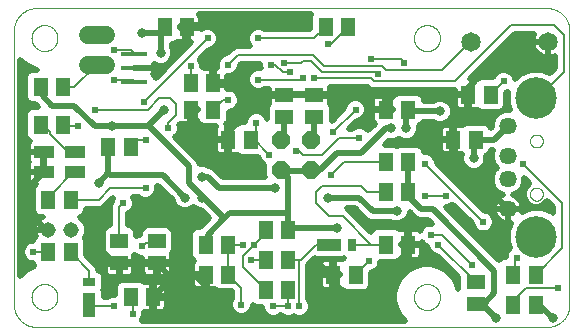
<source format=gbl>
G75*
%MOIN*%
%OFA0B0*%
%FSLAX25Y25*%
%IPPOS*%
%LPD*%
%AMOC8*
5,1,8,0,0,1.08239X$1,22.5*
%
%ADD10C,0.00000*%
%ADD11C,0.05740*%
%ADD12C,0.13843*%
%ADD13R,0.05118X0.06299*%
%ADD14R,0.05118X0.05906*%
%ADD15R,0.05906X0.05118*%
%ADD16C,0.06496*%
%ADD17R,0.06693X0.04134*%
%ADD18R,0.09055X0.01575*%
%ADD19C,0.06000*%
%ADD20OC8,0.06000*%
%ADD21C,0.05150*%
%ADD22R,0.07874X0.04331*%
%ADD23R,0.03150X0.04331*%
%ADD24R,0.04331X0.07874*%
%ADD25R,0.04331X0.03150*%
%ADD26R,0.06299X0.05118*%
%ADD27C,0.02000*%
%ADD28C,0.03200*%
%ADD29C,0.00800*%
%ADD30C,0.02400*%
D10*
X0114898Y0038933D02*
X0114898Y0130232D01*
X0114900Y0130413D01*
X0114907Y0130594D01*
X0114918Y0130775D01*
X0114933Y0130956D01*
X0114953Y0131136D01*
X0114977Y0131316D01*
X0115005Y0131495D01*
X0115038Y0131673D01*
X0115075Y0131850D01*
X0115116Y0132027D01*
X0115161Y0132202D01*
X0115211Y0132377D01*
X0115265Y0132550D01*
X0115323Y0132721D01*
X0115385Y0132892D01*
X0115452Y0133060D01*
X0115522Y0133227D01*
X0115596Y0133393D01*
X0115675Y0133556D01*
X0115757Y0133717D01*
X0115843Y0133877D01*
X0115933Y0134034D01*
X0116027Y0134189D01*
X0116124Y0134342D01*
X0116226Y0134492D01*
X0116330Y0134640D01*
X0116439Y0134786D01*
X0116550Y0134928D01*
X0116666Y0135068D01*
X0116784Y0135205D01*
X0116906Y0135340D01*
X0117031Y0135471D01*
X0117159Y0135599D01*
X0117290Y0135724D01*
X0117425Y0135846D01*
X0117562Y0135964D01*
X0117702Y0136080D01*
X0117844Y0136191D01*
X0117990Y0136300D01*
X0118138Y0136404D01*
X0118288Y0136506D01*
X0118441Y0136603D01*
X0118596Y0136697D01*
X0118753Y0136787D01*
X0118913Y0136873D01*
X0119074Y0136955D01*
X0119237Y0137034D01*
X0119403Y0137108D01*
X0119570Y0137178D01*
X0119738Y0137245D01*
X0119909Y0137307D01*
X0120080Y0137365D01*
X0120253Y0137419D01*
X0120428Y0137469D01*
X0120603Y0137514D01*
X0120780Y0137555D01*
X0120957Y0137592D01*
X0121135Y0137625D01*
X0121314Y0137653D01*
X0121494Y0137677D01*
X0121674Y0137697D01*
X0121855Y0137712D01*
X0122036Y0137723D01*
X0122217Y0137730D01*
X0122398Y0137732D01*
X0292595Y0137732D01*
X0292776Y0137730D01*
X0292957Y0137723D01*
X0293138Y0137712D01*
X0293319Y0137697D01*
X0293499Y0137677D01*
X0293679Y0137653D01*
X0293858Y0137625D01*
X0294036Y0137592D01*
X0294213Y0137555D01*
X0294390Y0137514D01*
X0294565Y0137469D01*
X0294740Y0137419D01*
X0294913Y0137365D01*
X0295084Y0137307D01*
X0295255Y0137245D01*
X0295423Y0137178D01*
X0295590Y0137108D01*
X0295756Y0137034D01*
X0295919Y0136955D01*
X0296080Y0136873D01*
X0296240Y0136787D01*
X0296397Y0136697D01*
X0296552Y0136603D01*
X0296705Y0136506D01*
X0296855Y0136404D01*
X0297003Y0136300D01*
X0297149Y0136191D01*
X0297291Y0136080D01*
X0297431Y0135964D01*
X0297568Y0135846D01*
X0297703Y0135724D01*
X0297834Y0135599D01*
X0297962Y0135471D01*
X0298087Y0135340D01*
X0298209Y0135205D01*
X0298327Y0135068D01*
X0298443Y0134928D01*
X0298554Y0134786D01*
X0298663Y0134640D01*
X0298767Y0134492D01*
X0298869Y0134342D01*
X0298966Y0134189D01*
X0299060Y0134034D01*
X0299150Y0133877D01*
X0299236Y0133717D01*
X0299318Y0133556D01*
X0299397Y0133393D01*
X0299471Y0133227D01*
X0299541Y0133060D01*
X0299608Y0132892D01*
X0299670Y0132721D01*
X0299728Y0132550D01*
X0299782Y0132377D01*
X0299832Y0132202D01*
X0299877Y0132027D01*
X0299918Y0131850D01*
X0299955Y0131673D01*
X0299988Y0131495D01*
X0300016Y0131316D01*
X0300040Y0131136D01*
X0300060Y0130956D01*
X0300075Y0130775D01*
X0300086Y0130594D01*
X0300093Y0130413D01*
X0300095Y0130232D01*
X0300095Y0038933D01*
X0300093Y0038752D01*
X0300086Y0038571D01*
X0300075Y0038390D01*
X0300060Y0038209D01*
X0300040Y0038029D01*
X0300016Y0037849D01*
X0299988Y0037670D01*
X0299955Y0037492D01*
X0299918Y0037315D01*
X0299877Y0037138D01*
X0299832Y0036963D01*
X0299782Y0036788D01*
X0299728Y0036615D01*
X0299670Y0036444D01*
X0299608Y0036273D01*
X0299541Y0036105D01*
X0299471Y0035938D01*
X0299397Y0035772D01*
X0299318Y0035609D01*
X0299236Y0035448D01*
X0299150Y0035288D01*
X0299060Y0035131D01*
X0298966Y0034976D01*
X0298869Y0034823D01*
X0298767Y0034673D01*
X0298663Y0034525D01*
X0298554Y0034379D01*
X0298443Y0034237D01*
X0298327Y0034097D01*
X0298209Y0033960D01*
X0298087Y0033825D01*
X0297962Y0033694D01*
X0297834Y0033566D01*
X0297703Y0033441D01*
X0297568Y0033319D01*
X0297431Y0033201D01*
X0297291Y0033085D01*
X0297149Y0032974D01*
X0297003Y0032865D01*
X0296855Y0032761D01*
X0296705Y0032659D01*
X0296552Y0032562D01*
X0296397Y0032468D01*
X0296240Y0032378D01*
X0296080Y0032292D01*
X0295919Y0032210D01*
X0295756Y0032131D01*
X0295590Y0032057D01*
X0295423Y0031987D01*
X0295255Y0031920D01*
X0295084Y0031858D01*
X0294913Y0031800D01*
X0294740Y0031746D01*
X0294565Y0031696D01*
X0294390Y0031651D01*
X0294213Y0031610D01*
X0294036Y0031573D01*
X0293858Y0031540D01*
X0293679Y0031512D01*
X0293499Y0031488D01*
X0293319Y0031468D01*
X0293138Y0031453D01*
X0292957Y0031442D01*
X0292776Y0031435D01*
X0292595Y0031433D01*
X0122398Y0031433D01*
X0122217Y0031435D01*
X0122036Y0031442D01*
X0121855Y0031453D01*
X0121674Y0031468D01*
X0121494Y0031488D01*
X0121314Y0031512D01*
X0121135Y0031540D01*
X0120957Y0031573D01*
X0120780Y0031610D01*
X0120603Y0031651D01*
X0120428Y0031696D01*
X0120253Y0031746D01*
X0120080Y0031800D01*
X0119909Y0031858D01*
X0119738Y0031920D01*
X0119570Y0031987D01*
X0119403Y0032057D01*
X0119237Y0032131D01*
X0119074Y0032210D01*
X0118913Y0032292D01*
X0118753Y0032378D01*
X0118596Y0032468D01*
X0118441Y0032562D01*
X0118288Y0032659D01*
X0118138Y0032761D01*
X0117990Y0032865D01*
X0117844Y0032974D01*
X0117702Y0033085D01*
X0117562Y0033201D01*
X0117425Y0033319D01*
X0117290Y0033441D01*
X0117159Y0033566D01*
X0117031Y0033694D01*
X0116906Y0033825D01*
X0116784Y0033960D01*
X0116666Y0034097D01*
X0116550Y0034237D01*
X0116439Y0034379D01*
X0116330Y0034525D01*
X0116226Y0034673D01*
X0116124Y0034823D01*
X0116027Y0034976D01*
X0115933Y0035131D01*
X0115843Y0035288D01*
X0115757Y0035448D01*
X0115675Y0035609D01*
X0115596Y0035772D01*
X0115522Y0035938D01*
X0115452Y0036105D01*
X0115385Y0036273D01*
X0115323Y0036444D01*
X0115265Y0036615D01*
X0115211Y0036788D01*
X0115161Y0036963D01*
X0115116Y0037138D01*
X0115075Y0037315D01*
X0115038Y0037492D01*
X0115005Y0037670D01*
X0114977Y0037849D01*
X0114953Y0038029D01*
X0114933Y0038209D01*
X0114918Y0038390D01*
X0114907Y0038571D01*
X0114900Y0038752D01*
X0114898Y0038933D01*
X0120764Y0041433D02*
X0120766Y0041564D01*
X0120772Y0041696D01*
X0120782Y0041827D01*
X0120796Y0041958D01*
X0120814Y0042088D01*
X0120836Y0042217D01*
X0120861Y0042346D01*
X0120891Y0042474D01*
X0120925Y0042601D01*
X0120962Y0042728D01*
X0121003Y0042852D01*
X0121048Y0042976D01*
X0121097Y0043098D01*
X0121149Y0043219D01*
X0121205Y0043337D01*
X0121265Y0043455D01*
X0121328Y0043570D01*
X0121395Y0043683D01*
X0121465Y0043795D01*
X0121538Y0043904D01*
X0121614Y0044010D01*
X0121694Y0044115D01*
X0121777Y0044217D01*
X0121863Y0044316D01*
X0121952Y0044413D01*
X0122044Y0044507D01*
X0122139Y0044598D01*
X0122236Y0044687D01*
X0122336Y0044772D01*
X0122439Y0044854D01*
X0122544Y0044933D01*
X0122651Y0045009D01*
X0122761Y0045081D01*
X0122873Y0045150D01*
X0122987Y0045216D01*
X0123102Y0045278D01*
X0123220Y0045337D01*
X0123339Y0045392D01*
X0123460Y0045444D01*
X0123583Y0045491D01*
X0123707Y0045535D01*
X0123832Y0045576D01*
X0123958Y0045612D01*
X0124086Y0045645D01*
X0124214Y0045673D01*
X0124343Y0045698D01*
X0124473Y0045719D01*
X0124603Y0045736D01*
X0124734Y0045749D01*
X0124865Y0045758D01*
X0124996Y0045763D01*
X0125128Y0045764D01*
X0125259Y0045761D01*
X0125391Y0045754D01*
X0125522Y0045743D01*
X0125652Y0045728D01*
X0125782Y0045709D01*
X0125912Y0045686D01*
X0126040Y0045660D01*
X0126168Y0045629D01*
X0126295Y0045594D01*
X0126421Y0045556D01*
X0126545Y0045514D01*
X0126669Y0045468D01*
X0126790Y0045418D01*
X0126910Y0045365D01*
X0127029Y0045308D01*
X0127146Y0045248D01*
X0127260Y0045184D01*
X0127373Y0045116D01*
X0127484Y0045045D01*
X0127593Y0044971D01*
X0127699Y0044894D01*
X0127803Y0044813D01*
X0127904Y0044730D01*
X0128003Y0044643D01*
X0128099Y0044553D01*
X0128192Y0044460D01*
X0128283Y0044365D01*
X0128370Y0044267D01*
X0128455Y0044166D01*
X0128536Y0044063D01*
X0128614Y0043957D01*
X0128689Y0043849D01*
X0128761Y0043739D01*
X0128829Y0043627D01*
X0128894Y0043513D01*
X0128955Y0043396D01*
X0129013Y0043278D01*
X0129067Y0043158D01*
X0129118Y0043037D01*
X0129165Y0042914D01*
X0129208Y0042790D01*
X0129247Y0042665D01*
X0129283Y0042538D01*
X0129314Y0042410D01*
X0129342Y0042282D01*
X0129366Y0042153D01*
X0129386Y0042023D01*
X0129402Y0041892D01*
X0129414Y0041761D01*
X0129422Y0041630D01*
X0129426Y0041499D01*
X0129426Y0041367D01*
X0129422Y0041236D01*
X0129414Y0041105D01*
X0129402Y0040974D01*
X0129386Y0040843D01*
X0129366Y0040713D01*
X0129342Y0040584D01*
X0129314Y0040456D01*
X0129283Y0040328D01*
X0129247Y0040201D01*
X0129208Y0040076D01*
X0129165Y0039952D01*
X0129118Y0039829D01*
X0129067Y0039708D01*
X0129013Y0039588D01*
X0128955Y0039470D01*
X0128894Y0039353D01*
X0128829Y0039239D01*
X0128761Y0039127D01*
X0128689Y0039017D01*
X0128614Y0038909D01*
X0128536Y0038803D01*
X0128455Y0038700D01*
X0128370Y0038599D01*
X0128283Y0038501D01*
X0128192Y0038406D01*
X0128099Y0038313D01*
X0128003Y0038223D01*
X0127904Y0038136D01*
X0127803Y0038053D01*
X0127699Y0037972D01*
X0127593Y0037895D01*
X0127484Y0037821D01*
X0127373Y0037750D01*
X0127261Y0037682D01*
X0127146Y0037618D01*
X0127029Y0037558D01*
X0126910Y0037501D01*
X0126790Y0037448D01*
X0126669Y0037398D01*
X0126545Y0037352D01*
X0126421Y0037310D01*
X0126295Y0037272D01*
X0126168Y0037237D01*
X0126040Y0037206D01*
X0125912Y0037180D01*
X0125782Y0037157D01*
X0125652Y0037138D01*
X0125522Y0037123D01*
X0125391Y0037112D01*
X0125259Y0037105D01*
X0125128Y0037102D01*
X0124996Y0037103D01*
X0124865Y0037108D01*
X0124734Y0037117D01*
X0124603Y0037130D01*
X0124473Y0037147D01*
X0124343Y0037168D01*
X0124214Y0037193D01*
X0124086Y0037221D01*
X0123958Y0037254D01*
X0123832Y0037290D01*
X0123707Y0037331D01*
X0123583Y0037375D01*
X0123460Y0037422D01*
X0123339Y0037474D01*
X0123220Y0037529D01*
X0123102Y0037588D01*
X0122987Y0037650D01*
X0122873Y0037716D01*
X0122761Y0037785D01*
X0122651Y0037857D01*
X0122544Y0037933D01*
X0122439Y0038012D01*
X0122336Y0038094D01*
X0122236Y0038179D01*
X0122139Y0038268D01*
X0122044Y0038359D01*
X0121952Y0038453D01*
X0121863Y0038550D01*
X0121777Y0038649D01*
X0121694Y0038751D01*
X0121614Y0038856D01*
X0121538Y0038962D01*
X0121465Y0039071D01*
X0121395Y0039183D01*
X0121328Y0039296D01*
X0121265Y0039411D01*
X0121205Y0039529D01*
X0121149Y0039647D01*
X0121097Y0039768D01*
X0121048Y0039890D01*
X0121003Y0040014D01*
X0120962Y0040138D01*
X0120925Y0040265D01*
X0120891Y0040392D01*
X0120861Y0040520D01*
X0120836Y0040649D01*
X0120814Y0040778D01*
X0120796Y0040908D01*
X0120782Y0041039D01*
X0120772Y0041170D01*
X0120766Y0041302D01*
X0120764Y0041433D01*
X0248264Y0041433D02*
X0248266Y0041564D01*
X0248272Y0041696D01*
X0248282Y0041827D01*
X0248296Y0041958D01*
X0248314Y0042088D01*
X0248336Y0042217D01*
X0248361Y0042346D01*
X0248391Y0042474D01*
X0248425Y0042601D01*
X0248462Y0042728D01*
X0248503Y0042852D01*
X0248548Y0042976D01*
X0248597Y0043098D01*
X0248649Y0043219D01*
X0248705Y0043337D01*
X0248765Y0043455D01*
X0248828Y0043570D01*
X0248895Y0043683D01*
X0248965Y0043795D01*
X0249038Y0043904D01*
X0249114Y0044010D01*
X0249194Y0044115D01*
X0249277Y0044217D01*
X0249363Y0044316D01*
X0249452Y0044413D01*
X0249544Y0044507D01*
X0249639Y0044598D01*
X0249736Y0044687D01*
X0249836Y0044772D01*
X0249939Y0044854D01*
X0250044Y0044933D01*
X0250151Y0045009D01*
X0250261Y0045081D01*
X0250373Y0045150D01*
X0250487Y0045216D01*
X0250602Y0045278D01*
X0250720Y0045337D01*
X0250839Y0045392D01*
X0250960Y0045444D01*
X0251083Y0045491D01*
X0251207Y0045535D01*
X0251332Y0045576D01*
X0251458Y0045612D01*
X0251586Y0045645D01*
X0251714Y0045673D01*
X0251843Y0045698D01*
X0251973Y0045719D01*
X0252103Y0045736D01*
X0252234Y0045749D01*
X0252365Y0045758D01*
X0252496Y0045763D01*
X0252628Y0045764D01*
X0252759Y0045761D01*
X0252891Y0045754D01*
X0253022Y0045743D01*
X0253152Y0045728D01*
X0253282Y0045709D01*
X0253412Y0045686D01*
X0253540Y0045660D01*
X0253668Y0045629D01*
X0253795Y0045594D01*
X0253921Y0045556D01*
X0254045Y0045514D01*
X0254169Y0045468D01*
X0254290Y0045418D01*
X0254410Y0045365D01*
X0254529Y0045308D01*
X0254646Y0045248D01*
X0254760Y0045184D01*
X0254873Y0045116D01*
X0254984Y0045045D01*
X0255093Y0044971D01*
X0255199Y0044894D01*
X0255303Y0044813D01*
X0255404Y0044730D01*
X0255503Y0044643D01*
X0255599Y0044553D01*
X0255692Y0044460D01*
X0255783Y0044365D01*
X0255870Y0044267D01*
X0255955Y0044166D01*
X0256036Y0044063D01*
X0256114Y0043957D01*
X0256189Y0043849D01*
X0256261Y0043739D01*
X0256329Y0043627D01*
X0256394Y0043513D01*
X0256455Y0043396D01*
X0256513Y0043278D01*
X0256567Y0043158D01*
X0256618Y0043037D01*
X0256665Y0042914D01*
X0256708Y0042790D01*
X0256747Y0042665D01*
X0256783Y0042538D01*
X0256814Y0042410D01*
X0256842Y0042282D01*
X0256866Y0042153D01*
X0256886Y0042023D01*
X0256902Y0041892D01*
X0256914Y0041761D01*
X0256922Y0041630D01*
X0256926Y0041499D01*
X0256926Y0041367D01*
X0256922Y0041236D01*
X0256914Y0041105D01*
X0256902Y0040974D01*
X0256886Y0040843D01*
X0256866Y0040713D01*
X0256842Y0040584D01*
X0256814Y0040456D01*
X0256783Y0040328D01*
X0256747Y0040201D01*
X0256708Y0040076D01*
X0256665Y0039952D01*
X0256618Y0039829D01*
X0256567Y0039708D01*
X0256513Y0039588D01*
X0256455Y0039470D01*
X0256394Y0039353D01*
X0256329Y0039239D01*
X0256261Y0039127D01*
X0256189Y0039017D01*
X0256114Y0038909D01*
X0256036Y0038803D01*
X0255955Y0038700D01*
X0255870Y0038599D01*
X0255783Y0038501D01*
X0255692Y0038406D01*
X0255599Y0038313D01*
X0255503Y0038223D01*
X0255404Y0038136D01*
X0255303Y0038053D01*
X0255199Y0037972D01*
X0255093Y0037895D01*
X0254984Y0037821D01*
X0254873Y0037750D01*
X0254761Y0037682D01*
X0254646Y0037618D01*
X0254529Y0037558D01*
X0254410Y0037501D01*
X0254290Y0037448D01*
X0254169Y0037398D01*
X0254045Y0037352D01*
X0253921Y0037310D01*
X0253795Y0037272D01*
X0253668Y0037237D01*
X0253540Y0037206D01*
X0253412Y0037180D01*
X0253282Y0037157D01*
X0253152Y0037138D01*
X0253022Y0037123D01*
X0252891Y0037112D01*
X0252759Y0037105D01*
X0252628Y0037102D01*
X0252496Y0037103D01*
X0252365Y0037108D01*
X0252234Y0037117D01*
X0252103Y0037130D01*
X0251973Y0037147D01*
X0251843Y0037168D01*
X0251714Y0037193D01*
X0251586Y0037221D01*
X0251458Y0037254D01*
X0251332Y0037290D01*
X0251207Y0037331D01*
X0251083Y0037375D01*
X0250960Y0037422D01*
X0250839Y0037474D01*
X0250720Y0037529D01*
X0250602Y0037588D01*
X0250487Y0037650D01*
X0250373Y0037716D01*
X0250261Y0037785D01*
X0250151Y0037857D01*
X0250044Y0037933D01*
X0249939Y0038012D01*
X0249836Y0038094D01*
X0249736Y0038179D01*
X0249639Y0038268D01*
X0249544Y0038359D01*
X0249452Y0038453D01*
X0249363Y0038550D01*
X0249277Y0038649D01*
X0249194Y0038751D01*
X0249114Y0038856D01*
X0249038Y0038962D01*
X0248965Y0039071D01*
X0248895Y0039183D01*
X0248828Y0039296D01*
X0248765Y0039411D01*
X0248705Y0039529D01*
X0248649Y0039647D01*
X0248597Y0039768D01*
X0248548Y0039890D01*
X0248503Y0040014D01*
X0248462Y0040138D01*
X0248425Y0040265D01*
X0248391Y0040392D01*
X0248361Y0040520D01*
X0248336Y0040649D01*
X0248314Y0040778D01*
X0248296Y0040908D01*
X0248282Y0041039D01*
X0248272Y0041170D01*
X0248266Y0041302D01*
X0248264Y0041433D01*
X0286907Y0075724D02*
X0286909Y0075817D01*
X0286915Y0075909D01*
X0286925Y0076001D01*
X0286939Y0076092D01*
X0286956Y0076183D01*
X0286978Y0076273D01*
X0287003Y0076362D01*
X0287032Y0076450D01*
X0287065Y0076536D01*
X0287102Y0076621D01*
X0287142Y0076705D01*
X0287186Y0076786D01*
X0287233Y0076866D01*
X0287283Y0076944D01*
X0287337Y0077019D01*
X0287394Y0077092D01*
X0287454Y0077162D01*
X0287517Y0077230D01*
X0287583Y0077295D01*
X0287651Y0077357D01*
X0287722Y0077417D01*
X0287796Y0077473D01*
X0287872Y0077526D01*
X0287950Y0077575D01*
X0288030Y0077622D01*
X0288112Y0077664D01*
X0288196Y0077704D01*
X0288281Y0077739D01*
X0288368Y0077771D01*
X0288456Y0077800D01*
X0288545Y0077824D01*
X0288635Y0077845D01*
X0288726Y0077861D01*
X0288818Y0077874D01*
X0288910Y0077883D01*
X0289003Y0077888D01*
X0289095Y0077889D01*
X0289188Y0077886D01*
X0289280Y0077879D01*
X0289372Y0077868D01*
X0289463Y0077853D01*
X0289554Y0077835D01*
X0289644Y0077812D01*
X0289732Y0077786D01*
X0289820Y0077756D01*
X0289906Y0077722D01*
X0289990Y0077685D01*
X0290073Y0077643D01*
X0290154Y0077599D01*
X0290234Y0077551D01*
X0290311Y0077500D01*
X0290385Y0077445D01*
X0290458Y0077387D01*
X0290528Y0077327D01*
X0290595Y0077263D01*
X0290659Y0077197D01*
X0290721Y0077127D01*
X0290779Y0077056D01*
X0290834Y0076982D01*
X0290886Y0076905D01*
X0290935Y0076826D01*
X0290981Y0076746D01*
X0291023Y0076663D01*
X0291061Y0076579D01*
X0291096Y0076493D01*
X0291127Y0076406D01*
X0291154Y0076318D01*
X0291177Y0076228D01*
X0291197Y0076138D01*
X0291213Y0076047D01*
X0291225Y0075955D01*
X0291233Y0075863D01*
X0291237Y0075770D01*
X0291237Y0075678D01*
X0291233Y0075585D01*
X0291225Y0075493D01*
X0291213Y0075401D01*
X0291197Y0075310D01*
X0291177Y0075220D01*
X0291154Y0075130D01*
X0291127Y0075042D01*
X0291096Y0074955D01*
X0291061Y0074869D01*
X0291023Y0074785D01*
X0290981Y0074702D01*
X0290935Y0074622D01*
X0290886Y0074543D01*
X0290834Y0074466D01*
X0290779Y0074392D01*
X0290721Y0074321D01*
X0290659Y0074251D01*
X0290595Y0074185D01*
X0290528Y0074121D01*
X0290458Y0074061D01*
X0290385Y0074003D01*
X0290311Y0073948D01*
X0290234Y0073897D01*
X0290155Y0073849D01*
X0290073Y0073805D01*
X0289990Y0073763D01*
X0289906Y0073726D01*
X0289820Y0073692D01*
X0289732Y0073662D01*
X0289644Y0073636D01*
X0289554Y0073613D01*
X0289463Y0073595D01*
X0289372Y0073580D01*
X0289280Y0073569D01*
X0289188Y0073562D01*
X0289095Y0073559D01*
X0289003Y0073560D01*
X0288910Y0073565D01*
X0288818Y0073574D01*
X0288726Y0073587D01*
X0288635Y0073603D01*
X0288545Y0073624D01*
X0288456Y0073648D01*
X0288368Y0073677D01*
X0288281Y0073709D01*
X0288196Y0073744D01*
X0288112Y0073784D01*
X0288030Y0073826D01*
X0287950Y0073873D01*
X0287872Y0073922D01*
X0287796Y0073975D01*
X0287722Y0074031D01*
X0287651Y0074091D01*
X0287583Y0074153D01*
X0287517Y0074218D01*
X0287454Y0074286D01*
X0287394Y0074356D01*
X0287337Y0074429D01*
X0287283Y0074504D01*
X0287233Y0074582D01*
X0287186Y0074662D01*
X0287142Y0074743D01*
X0287102Y0074827D01*
X0287065Y0074912D01*
X0287032Y0074998D01*
X0287003Y0075086D01*
X0286978Y0075175D01*
X0286956Y0075265D01*
X0286939Y0075356D01*
X0286925Y0075447D01*
X0286915Y0075539D01*
X0286909Y0075631D01*
X0286907Y0075724D01*
X0286907Y0093441D02*
X0286909Y0093534D01*
X0286915Y0093626D01*
X0286925Y0093718D01*
X0286939Y0093809D01*
X0286956Y0093900D01*
X0286978Y0093990D01*
X0287003Y0094079D01*
X0287032Y0094167D01*
X0287065Y0094253D01*
X0287102Y0094338D01*
X0287142Y0094422D01*
X0287186Y0094503D01*
X0287233Y0094583D01*
X0287283Y0094661D01*
X0287337Y0094736D01*
X0287394Y0094809D01*
X0287454Y0094879D01*
X0287517Y0094947D01*
X0287583Y0095012D01*
X0287651Y0095074D01*
X0287722Y0095134D01*
X0287796Y0095190D01*
X0287872Y0095243D01*
X0287950Y0095292D01*
X0288030Y0095339D01*
X0288112Y0095381D01*
X0288196Y0095421D01*
X0288281Y0095456D01*
X0288368Y0095488D01*
X0288456Y0095517D01*
X0288545Y0095541D01*
X0288635Y0095562D01*
X0288726Y0095578D01*
X0288818Y0095591D01*
X0288910Y0095600D01*
X0289003Y0095605D01*
X0289095Y0095606D01*
X0289188Y0095603D01*
X0289280Y0095596D01*
X0289372Y0095585D01*
X0289463Y0095570D01*
X0289554Y0095552D01*
X0289644Y0095529D01*
X0289732Y0095503D01*
X0289820Y0095473D01*
X0289906Y0095439D01*
X0289990Y0095402D01*
X0290073Y0095360D01*
X0290154Y0095316D01*
X0290234Y0095268D01*
X0290311Y0095217D01*
X0290385Y0095162D01*
X0290458Y0095104D01*
X0290528Y0095044D01*
X0290595Y0094980D01*
X0290659Y0094914D01*
X0290721Y0094844D01*
X0290779Y0094773D01*
X0290834Y0094699D01*
X0290886Y0094622D01*
X0290935Y0094543D01*
X0290981Y0094463D01*
X0291023Y0094380D01*
X0291061Y0094296D01*
X0291096Y0094210D01*
X0291127Y0094123D01*
X0291154Y0094035D01*
X0291177Y0093945D01*
X0291197Y0093855D01*
X0291213Y0093764D01*
X0291225Y0093672D01*
X0291233Y0093580D01*
X0291237Y0093487D01*
X0291237Y0093395D01*
X0291233Y0093302D01*
X0291225Y0093210D01*
X0291213Y0093118D01*
X0291197Y0093027D01*
X0291177Y0092937D01*
X0291154Y0092847D01*
X0291127Y0092759D01*
X0291096Y0092672D01*
X0291061Y0092586D01*
X0291023Y0092502D01*
X0290981Y0092419D01*
X0290935Y0092339D01*
X0290886Y0092260D01*
X0290834Y0092183D01*
X0290779Y0092109D01*
X0290721Y0092038D01*
X0290659Y0091968D01*
X0290595Y0091902D01*
X0290528Y0091838D01*
X0290458Y0091778D01*
X0290385Y0091720D01*
X0290311Y0091665D01*
X0290234Y0091614D01*
X0290155Y0091566D01*
X0290073Y0091522D01*
X0289990Y0091480D01*
X0289906Y0091443D01*
X0289820Y0091409D01*
X0289732Y0091379D01*
X0289644Y0091353D01*
X0289554Y0091330D01*
X0289463Y0091312D01*
X0289372Y0091297D01*
X0289280Y0091286D01*
X0289188Y0091279D01*
X0289095Y0091276D01*
X0289003Y0091277D01*
X0288910Y0091282D01*
X0288818Y0091291D01*
X0288726Y0091304D01*
X0288635Y0091320D01*
X0288545Y0091341D01*
X0288456Y0091365D01*
X0288368Y0091394D01*
X0288281Y0091426D01*
X0288196Y0091461D01*
X0288112Y0091501D01*
X0288030Y0091543D01*
X0287950Y0091590D01*
X0287872Y0091639D01*
X0287796Y0091692D01*
X0287722Y0091748D01*
X0287651Y0091808D01*
X0287583Y0091870D01*
X0287517Y0091935D01*
X0287454Y0092003D01*
X0287394Y0092073D01*
X0287337Y0092146D01*
X0287283Y0092221D01*
X0287233Y0092299D01*
X0287186Y0092379D01*
X0287142Y0092460D01*
X0287102Y0092544D01*
X0287065Y0092629D01*
X0287032Y0092715D01*
X0287003Y0092803D01*
X0286978Y0092892D01*
X0286956Y0092982D01*
X0286939Y0093073D01*
X0286925Y0093164D01*
X0286915Y0093256D01*
X0286909Y0093348D01*
X0286907Y0093441D01*
X0248264Y0127732D02*
X0248266Y0127863D01*
X0248272Y0127995D01*
X0248282Y0128126D01*
X0248296Y0128257D01*
X0248314Y0128387D01*
X0248336Y0128516D01*
X0248361Y0128645D01*
X0248391Y0128773D01*
X0248425Y0128900D01*
X0248462Y0129027D01*
X0248503Y0129151D01*
X0248548Y0129275D01*
X0248597Y0129397D01*
X0248649Y0129518D01*
X0248705Y0129636D01*
X0248765Y0129754D01*
X0248828Y0129869D01*
X0248895Y0129982D01*
X0248965Y0130094D01*
X0249038Y0130203D01*
X0249114Y0130309D01*
X0249194Y0130414D01*
X0249277Y0130516D01*
X0249363Y0130615D01*
X0249452Y0130712D01*
X0249544Y0130806D01*
X0249639Y0130897D01*
X0249736Y0130986D01*
X0249836Y0131071D01*
X0249939Y0131153D01*
X0250044Y0131232D01*
X0250151Y0131308D01*
X0250261Y0131380D01*
X0250373Y0131449D01*
X0250487Y0131515D01*
X0250602Y0131577D01*
X0250720Y0131636D01*
X0250839Y0131691D01*
X0250960Y0131743D01*
X0251083Y0131790D01*
X0251207Y0131834D01*
X0251332Y0131875D01*
X0251458Y0131911D01*
X0251586Y0131944D01*
X0251714Y0131972D01*
X0251843Y0131997D01*
X0251973Y0132018D01*
X0252103Y0132035D01*
X0252234Y0132048D01*
X0252365Y0132057D01*
X0252496Y0132062D01*
X0252628Y0132063D01*
X0252759Y0132060D01*
X0252891Y0132053D01*
X0253022Y0132042D01*
X0253152Y0132027D01*
X0253282Y0132008D01*
X0253412Y0131985D01*
X0253540Y0131959D01*
X0253668Y0131928D01*
X0253795Y0131893D01*
X0253921Y0131855D01*
X0254045Y0131813D01*
X0254169Y0131767D01*
X0254290Y0131717D01*
X0254410Y0131664D01*
X0254529Y0131607D01*
X0254646Y0131547D01*
X0254760Y0131483D01*
X0254873Y0131415D01*
X0254984Y0131344D01*
X0255093Y0131270D01*
X0255199Y0131193D01*
X0255303Y0131112D01*
X0255404Y0131029D01*
X0255503Y0130942D01*
X0255599Y0130852D01*
X0255692Y0130759D01*
X0255783Y0130664D01*
X0255870Y0130566D01*
X0255955Y0130465D01*
X0256036Y0130362D01*
X0256114Y0130256D01*
X0256189Y0130148D01*
X0256261Y0130038D01*
X0256329Y0129926D01*
X0256394Y0129812D01*
X0256455Y0129695D01*
X0256513Y0129577D01*
X0256567Y0129457D01*
X0256618Y0129336D01*
X0256665Y0129213D01*
X0256708Y0129089D01*
X0256747Y0128964D01*
X0256783Y0128837D01*
X0256814Y0128709D01*
X0256842Y0128581D01*
X0256866Y0128452D01*
X0256886Y0128322D01*
X0256902Y0128191D01*
X0256914Y0128060D01*
X0256922Y0127929D01*
X0256926Y0127798D01*
X0256926Y0127666D01*
X0256922Y0127535D01*
X0256914Y0127404D01*
X0256902Y0127273D01*
X0256886Y0127142D01*
X0256866Y0127012D01*
X0256842Y0126883D01*
X0256814Y0126755D01*
X0256783Y0126627D01*
X0256747Y0126500D01*
X0256708Y0126375D01*
X0256665Y0126251D01*
X0256618Y0126128D01*
X0256567Y0126007D01*
X0256513Y0125887D01*
X0256455Y0125769D01*
X0256394Y0125652D01*
X0256329Y0125538D01*
X0256261Y0125426D01*
X0256189Y0125316D01*
X0256114Y0125208D01*
X0256036Y0125102D01*
X0255955Y0124999D01*
X0255870Y0124898D01*
X0255783Y0124800D01*
X0255692Y0124705D01*
X0255599Y0124612D01*
X0255503Y0124522D01*
X0255404Y0124435D01*
X0255303Y0124352D01*
X0255199Y0124271D01*
X0255093Y0124194D01*
X0254984Y0124120D01*
X0254873Y0124049D01*
X0254761Y0123981D01*
X0254646Y0123917D01*
X0254529Y0123857D01*
X0254410Y0123800D01*
X0254290Y0123747D01*
X0254169Y0123697D01*
X0254045Y0123651D01*
X0253921Y0123609D01*
X0253795Y0123571D01*
X0253668Y0123536D01*
X0253540Y0123505D01*
X0253412Y0123479D01*
X0253282Y0123456D01*
X0253152Y0123437D01*
X0253022Y0123422D01*
X0252891Y0123411D01*
X0252759Y0123404D01*
X0252628Y0123401D01*
X0252496Y0123402D01*
X0252365Y0123407D01*
X0252234Y0123416D01*
X0252103Y0123429D01*
X0251973Y0123446D01*
X0251843Y0123467D01*
X0251714Y0123492D01*
X0251586Y0123520D01*
X0251458Y0123553D01*
X0251332Y0123589D01*
X0251207Y0123630D01*
X0251083Y0123674D01*
X0250960Y0123721D01*
X0250839Y0123773D01*
X0250720Y0123828D01*
X0250602Y0123887D01*
X0250487Y0123949D01*
X0250373Y0124015D01*
X0250261Y0124084D01*
X0250151Y0124156D01*
X0250044Y0124232D01*
X0249939Y0124311D01*
X0249836Y0124393D01*
X0249736Y0124478D01*
X0249639Y0124567D01*
X0249544Y0124658D01*
X0249452Y0124752D01*
X0249363Y0124849D01*
X0249277Y0124948D01*
X0249194Y0125050D01*
X0249114Y0125155D01*
X0249038Y0125261D01*
X0248965Y0125370D01*
X0248895Y0125482D01*
X0248828Y0125595D01*
X0248765Y0125710D01*
X0248705Y0125828D01*
X0248649Y0125946D01*
X0248597Y0126067D01*
X0248548Y0126189D01*
X0248503Y0126313D01*
X0248462Y0126437D01*
X0248425Y0126564D01*
X0248391Y0126691D01*
X0248361Y0126819D01*
X0248336Y0126948D01*
X0248314Y0127077D01*
X0248296Y0127207D01*
X0248282Y0127338D01*
X0248272Y0127469D01*
X0248266Y0127601D01*
X0248264Y0127732D01*
X0120764Y0127732D02*
X0120766Y0127863D01*
X0120772Y0127995D01*
X0120782Y0128126D01*
X0120796Y0128257D01*
X0120814Y0128387D01*
X0120836Y0128516D01*
X0120861Y0128645D01*
X0120891Y0128773D01*
X0120925Y0128900D01*
X0120962Y0129027D01*
X0121003Y0129151D01*
X0121048Y0129275D01*
X0121097Y0129397D01*
X0121149Y0129518D01*
X0121205Y0129636D01*
X0121265Y0129754D01*
X0121328Y0129869D01*
X0121395Y0129982D01*
X0121465Y0130094D01*
X0121538Y0130203D01*
X0121614Y0130309D01*
X0121694Y0130414D01*
X0121777Y0130516D01*
X0121863Y0130615D01*
X0121952Y0130712D01*
X0122044Y0130806D01*
X0122139Y0130897D01*
X0122236Y0130986D01*
X0122336Y0131071D01*
X0122439Y0131153D01*
X0122544Y0131232D01*
X0122651Y0131308D01*
X0122761Y0131380D01*
X0122873Y0131449D01*
X0122987Y0131515D01*
X0123102Y0131577D01*
X0123220Y0131636D01*
X0123339Y0131691D01*
X0123460Y0131743D01*
X0123583Y0131790D01*
X0123707Y0131834D01*
X0123832Y0131875D01*
X0123958Y0131911D01*
X0124086Y0131944D01*
X0124214Y0131972D01*
X0124343Y0131997D01*
X0124473Y0132018D01*
X0124603Y0132035D01*
X0124734Y0132048D01*
X0124865Y0132057D01*
X0124996Y0132062D01*
X0125128Y0132063D01*
X0125259Y0132060D01*
X0125391Y0132053D01*
X0125522Y0132042D01*
X0125652Y0132027D01*
X0125782Y0132008D01*
X0125912Y0131985D01*
X0126040Y0131959D01*
X0126168Y0131928D01*
X0126295Y0131893D01*
X0126421Y0131855D01*
X0126545Y0131813D01*
X0126669Y0131767D01*
X0126790Y0131717D01*
X0126910Y0131664D01*
X0127029Y0131607D01*
X0127146Y0131547D01*
X0127260Y0131483D01*
X0127373Y0131415D01*
X0127484Y0131344D01*
X0127593Y0131270D01*
X0127699Y0131193D01*
X0127803Y0131112D01*
X0127904Y0131029D01*
X0128003Y0130942D01*
X0128099Y0130852D01*
X0128192Y0130759D01*
X0128283Y0130664D01*
X0128370Y0130566D01*
X0128455Y0130465D01*
X0128536Y0130362D01*
X0128614Y0130256D01*
X0128689Y0130148D01*
X0128761Y0130038D01*
X0128829Y0129926D01*
X0128894Y0129812D01*
X0128955Y0129695D01*
X0129013Y0129577D01*
X0129067Y0129457D01*
X0129118Y0129336D01*
X0129165Y0129213D01*
X0129208Y0129089D01*
X0129247Y0128964D01*
X0129283Y0128837D01*
X0129314Y0128709D01*
X0129342Y0128581D01*
X0129366Y0128452D01*
X0129386Y0128322D01*
X0129402Y0128191D01*
X0129414Y0128060D01*
X0129422Y0127929D01*
X0129426Y0127798D01*
X0129426Y0127666D01*
X0129422Y0127535D01*
X0129414Y0127404D01*
X0129402Y0127273D01*
X0129386Y0127142D01*
X0129366Y0127012D01*
X0129342Y0126883D01*
X0129314Y0126755D01*
X0129283Y0126627D01*
X0129247Y0126500D01*
X0129208Y0126375D01*
X0129165Y0126251D01*
X0129118Y0126128D01*
X0129067Y0126007D01*
X0129013Y0125887D01*
X0128955Y0125769D01*
X0128894Y0125652D01*
X0128829Y0125538D01*
X0128761Y0125426D01*
X0128689Y0125316D01*
X0128614Y0125208D01*
X0128536Y0125102D01*
X0128455Y0124999D01*
X0128370Y0124898D01*
X0128283Y0124800D01*
X0128192Y0124705D01*
X0128099Y0124612D01*
X0128003Y0124522D01*
X0127904Y0124435D01*
X0127803Y0124352D01*
X0127699Y0124271D01*
X0127593Y0124194D01*
X0127484Y0124120D01*
X0127373Y0124049D01*
X0127261Y0123981D01*
X0127146Y0123917D01*
X0127029Y0123857D01*
X0126910Y0123800D01*
X0126790Y0123747D01*
X0126669Y0123697D01*
X0126545Y0123651D01*
X0126421Y0123609D01*
X0126295Y0123571D01*
X0126168Y0123536D01*
X0126040Y0123505D01*
X0125912Y0123479D01*
X0125782Y0123456D01*
X0125652Y0123437D01*
X0125522Y0123422D01*
X0125391Y0123411D01*
X0125259Y0123404D01*
X0125128Y0123401D01*
X0124996Y0123402D01*
X0124865Y0123407D01*
X0124734Y0123416D01*
X0124603Y0123429D01*
X0124473Y0123446D01*
X0124343Y0123467D01*
X0124214Y0123492D01*
X0124086Y0123520D01*
X0123958Y0123553D01*
X0123832Y0123589D01*
X0123707Y0123630D01*
X0123583Y0123674D01*
X0123460Y0123721D01*
X0123339Y0123773D01*
X0123220Y0123828D01*
X0123102Y0123887D01*
X0122987Y0123949D01*
X0122873Y0124015D01*
X0122761Y0124084D01*
X0122651Y0124156D01*
X0122544Y0124232D01*
X0122439Y0124311D01*
X0122336Y0124393D01*
X0122236Y0124478D01*
X0122139Y0124567D01*
X0122044Y0124658D01*
X0121952Y0124752D01*
X0121863Y0124849D01*
X0121777Y0124948D01*
X0121694Y0125050D01*
X0121614Y0125155D01*
X0121538Y0125261D01*
X0121465Y0125370D01*
X0121395Y0125482D01*
X0121328Y0125595D01*
X0121265Y0125710D01*
X0121205Y0125828D01*
X0121149Y0125946D01*
X0121097Y0126067D01*
X0121048Y0126189D01*
X0121003Y0126313D01*
X0120962Y0126437D01*
X0120925Y0126564D01*
X0120891Y0126691D01*
X0120861Y0126819D01*
X0120836Y0126948D01*
X0120814Y0127077D01*
X0120796Y0127207D01*
X0120782Y0127338D01*
X0120772Y0127469D01*
X0120766Y0127601D01*
X0120764Y0127732D01*
D11*
X0279623Y0098362D03*
X0279623Y0088520D03*
X0279623Y0080646D03*
X0279623Y0070803D03*
D12*
X0289072Y0061551D03*
X0289072Y0107614D03*
D13*
X0273835Y0108933D03*
X0266355Y0108933D03*
X0246335Y0086433D03*
X0238855Y0086433D03*
X0238855Y0076433D03*
X0246335Y0076433D03*
X0246335Y0058933D03*
X0238855Y0058933D03*
X0228835Y0048933D03*
X0221355Y0048933D03*
X0206335Y0043933D03*
X0198855Y0043933D03*
X0198855Y0053933D03*
X0206335Y0053933D03*
X0186335Y0058933D03*
X0178855Y0058933D03*
X0133835Y0056433D03*
X0126355Y0056433D03*
X0153855Y0041433D03*
X0161335Y0041433D03*
X0133835Y0073933D03*
X0126355Y0073933D03*
X0146355Y0091433D03*
X0153835Y0091433D03*
X0131335Y0098933D03*
X0123855Y0098933D03*
X0123855Y0111433D03*
X0131335Y0111433D03*
X0173855Y0112683D03*
X0181335Y0112683D03*
X0186355Y0093933D03*
X0193835Y0093933D03*
X0218855Y0131433D03*
X0226335Y0131433D03*
X0281355Y0048933D03*
X0288835Y0048933D03*
X0288835Y0038933D03*
X0281355Y0038933D03*
D14*
X0206335Y0063933D03*
X0198855Y0063933D03*
X0186335Y0048933D03*
X0178855Y0048933D03*
X0261355Y0093933D03*
X0268835Y0093933D03*
X0246335Y0103933D03*
X0238855Y0103933D03*
X0181335Y0103933D03*
X0173855Y0103933D03*
X0172585Y0131433D03*
X0165105Y0131433D03*
D15*
X0162595Y0060173D03*
X0150095Y0060173D03*
X0150095Y0052693D03*
X0162595Y0052693D03*
D16*
X0267300Y0126433D03*
X0292890Y0126433D03*
D17*
X0135410Y0089681D03*
X0124780Y0089681D03*
X0124780Y0083185D03*
X0135410Y0083185D03*
D18*
X0155095Y0112959D03*
X0155095Y0117683D03*
X0155095Y0122407D03*
D19*
X0145595Y0118933D02*
X0139595Y0118933D01*
X0139595Y0128933D02*
X0145595Y0128933D01*
D20*
X0203845Y0093933D03*
X0213845Y0093933D03*
X0213845Y0083933D03*
X0203845Y0083933D03*
D21*
X0134032Y0063933D03*
X0126158Y0063933D03*
D22*
X0220036Y0058933D03*
D23*
X0227516Y0058933D03*
D24*
X0140095Y0038874D03*
D25*
X0140095Y0046354D03*
D26*
X0268845Y0046423D03*
X0268845Y0038943D03*
X0215095Y0101443D03*
X0205095Y0101443D03*
X0205095Y0108923D03*
X0215095Y0108923D03*
D27*
X0215720Y0108308D01*
X0221970Y0108308D01*
X0221970Y0110183D01*
X0221970Y0108308D02*
X0240095Y0108308D01*
X0240720Y0107683D01*
X0239470Y0106433D01*
X0239470Y0103933D01*
X0238855Y0103933D01*
X0239135Y0103654D02*
X0239135Y0104213D01*
X0241176Y0104213D01*
X0241176Y0103654D01*
X0239135Y0103654D01*
X0239135Y0104213D02*
X0238575Y0104213D01*
X0238575Y0103654D01*
X0234296Y0103654D01*
X0234296Y0100717D01*
X0234432Y0100208D01*
X0234696Y0099752D01*
X0235068Y0099380D01*
X0235311Y0099240D01*
X0233049Y0096978D01*
X0232248Y0097780D01*
X0230851Y0098358D01*
X0229339Y0098358D01*
X0227943Y0097780D01*
X0227721Y0097558D01*
X0226713Y0097558D01*
X0229288Y0100133D01*
X0229601Y0100133D01*
X0230998Y0100712D01*
X0232067Y0101781D01*
X0232645Y0103177D01*
X0232645Y0104689D01*
X0232067Y0106086D01*
X0230998Y0107155D01*
X0229601Y0107733D01*
X0228089Y0107733D01*
X0226693Y0107155D01*
X0225624Y0106086D01*
X0225045Y0104689D01*
X0225045Y0104376D01*
X0220902Y0100233D01*
X0220845Y0100233D01*
X0220845Y0104519D01*
X0220449Y0105475D01*
X0220156Y0105768D01*
X0220245Y0106101D01*
X0220245Y0108644D01*
X0215375Y0108644D01*
X0215375Y0109203D01*
X0220245Y0109203D01*
X0220245Y0111558D01*
X0232602Y0111558D01*
X0233396Y0110765D01*
X0234498Y0110308D01*
X0261796Y0110308D01*
X0261796Y0109213D01*
X0266075Y0109213D01*
X0266075Y0108654D01*
X0261796Y0108654D01*
X0261796Y0105520D01*
X0261932Y0105011D01*
X0262196Y0104555D01*
X0262568Y0104183D01*
X0263024Y0103920D01*
X0263533Y0103783D01*
X0266075Y0103783D01*
X0266075Y0108653D01*
X0266635Y0108653D01*
X0266635Y0103783D01*
X0269177Y0103783D01*
X0269510Y0103873D01*
X0269803Y0103579D01*
X0270759Y0103183D01*
X0276912Y0103183D01*
X0277867Y0103579D01*
X0278599Y0104311D01*
X0278994Y0105266D01*
X0278994Y0109516D01*
X0279669Y0109795D01*
X0279550Y0109508D01*
X0279550Y0105720D01*
X0280332Y0103832D01*
X0278535Y0103832D01*
X0276524Y0103000D01*
X0274985Y0101461D01*
X0274153Y0099450D01*
X0274153Y0098082D01*
X0273842Y0097771D01*
X0273599Y0098359D01*
X0272867Y0099090D01*
X0271912Y0099486D01*
X0265759Y0099486D01*
X0264803Y0099090D01*
X0264510Y0098797D01*
X0264177Y0098886D01*
X0261635Y0098886D01*
X0261635Y0094213D01*
X0261075Y0094213D01*
X0261075Y0093654D01*
X0256796Y0093654D01*
X0256796Y0090717D01*
X0256932Y0090208D01*
X0257196Y0089752D01*
X0257568Y0089380D01*
X0258024Y0089117D01*
X0258533Y0088980D01*
X0261075Y0088980D01*
X0261075Y0093653D01*
X0261635Y0093653D01*
X0261635Y0088980D01*
X0264177Y0088980D01*
X0264216Y0088991D01*
X0264020Y0088519D01*
X0264020Y0086848D01*
X0264660Y0085304D01*
X0265841Y0084122D01*
X0267385Y0083483D01*
X0269056Y0083483D01*
X0270599Y0084122D01*
X0271781Y0085304D01*
X0272420Y0086848D01*
X0272420Y0088519D01*
X0272395Y0088580D01*
X0272867Y0088776D01*
X0273599Y0089508D01*
X0273940Y0090333D01*
X0274453Y0090333D01*
X0274153Y0089608D01*
X0274153Y0087432D01*
X0274985Y0085421D01*
X0275824Y0084583D01*
X0274985Y0083744D01*
X0274153Y0081734D01*
X0274153Y0079558D01*
X0274985Y0077547D01*
X0276524Y0076008D01*
X0278001Y0075397D01*
X0277753Y0075316D01*
X0277070Y0074968D01*
X0276450Y0074518D01*
X0275908Y0073976D01*
X0275457Y0073356D01*
X0275109Y0072673D01*
X0274873Y0071944D01*
X0274753Y0071186D01*
X0274753Y0070803D01*
X0274753Y0070420D01*
X0274873Y0069663D01*
X0275109Y0068934D01*
X0275457Y0068251D01*
X0275908Y0067630D01*
X0276450Y0067088D01*
X0277070Y0066638D01*
X0277753Y0066290D01*
X0278482Y0066053D01*
X0279239Y0065933D01*
X0279623Y0065933D01*
X0280006Y0065933D01*
X0280621Y0066031D01*
X0279550Y0063445D01*
X0279550Y0059657D01*
X0280362Y0057699D01*
X0279374Y0056711D01*
X0278795Y0055314D01*
X0278795Y0054683D01*
X0278279Y0054683D01*
X0277323Y0054287D01*
X0276703Y0053667D01*
X0258986Y0071383D01*
X0259601Y0071383D01*
X0260998Y0071962D01*
X0261286Y0072250D01*
X0267545Y0065990D01*
X0267545Y0065677D01*
X0268124Y0064281D01*
X0269193Y0063212D01*
X0270589Y0062633D01*
X0272101Y0062633D01*
X0273498Y0063212D01*
X0274567Y0064281D01*
X0275145Y0065677D01*
X0275145Y0067189D01*
X0274567Y0068586D01*
X0273498Y0069655D01*
X0272101Y0070233D01*
X0271788Y0070233D01*
X0255770Y0086251D01*
X0255770Y0086564D01*
X0255192Y0087961D01*
X0254123Y0089030D01*
X0252726Y0089608D01*
X0251494Y0089608D01*
X0251494Y0090100D01*
X0251099Y0091055D01*
X0250367Y0091787D01*
X0249412Y0092183D01*
X0243259Y0092183D01*
X0242595Y0091908D01*
X0241931Y0092183D01*
X0238436Y0092183D01*
X0239780Y0093527D01*
X0239885Y0093483D01*
X0241556Y0093483D01*
X0243099Y0094122D01*
X0243220Y0094243D01*
X0243341Y0094122D01*
X0244885Y0093483D01*
X0246556Y0093483D01*
X0248099Y0094122D01*
X0249281Y0095304D01*
X0249920Y0096848D01*
X0249920Y0098519D01*
X0249895Y0098580D01*
X0250367Y0098776D01*
X0251099Y0099508D01*
X0251182Y0099708D01*
X0254686Y0099708D01*
X0256135Y0099108D01*
X0257806Y0099108D01*
X0259349Y0099747D01*
X0260531Y0100929D01*
X0261170Y0102473D01*
X0261170Y0104144D01*
X0260531Y0105687D01*
X0259349Y0106869D01*
X0257806Y0107508D01*
X0256135Y0107508D01*
X0254686Y0106908D01*
X0251494Y0106908D01*
X0251494Y0107403D01*
X0251099Y0108359D01*
X0250367Y0109090D01*
X0249412Y0109486D01*
X0243259Y0109486D01*
X0242303Y0109090D01*
X0242010Y0108797D01*
X0241677Y0108886D01*
X0239135Y0108886D01*
X0239135Y0104213D01*
X0238575Y0104213D02*
X0238575Y0108886D01*
X0236033Y0108886D01*
X0235524Y0108750D01*
X0235068Y0108486D01*
X0234696Y0108114D01*
X0234432Y0107658D01*
X0234296Y0107149D01*
X0234296Y0104213D01*
X0238575Y0104213D01*
X0238575Y0105378D02*
X0239135Y0105378D01*
X0239135Y0107377D02*
X0238575Y0107377D01*
X0240720Y0107683D02*
X0242595Y0109558D01*
X0255720Y0109558D01*
X0256345Y0108933D01*
X0261345Y0108933D01*
X0261345Y0093933D01*
X0261355Y0093933D01*
X0261970Y0093308D01*
X0261970Y0087683D01*
X0266345Y0083308D01*
X0266970Y0083308D01*
X0279470Y0070808D01*
X0279623Y0070803D01*
X0279623Y0070803D01*
X0284493Y0070803D01*
X0284493Y0070420D01*
X0284415Y0069928D01*
X0287178Y0071072D01*
X0290965Y0071072D01*
X0294465Y0069623D01*
X0294595Y0069493D01*
X0294595Y0071440D01*
X0292623Y0073413D01*
X0292603Y0073365D01*
X0291431Y0072193D01*
X0289900Y0071559D01*
X0288243Y0071559D01*
X0286712Y0072193D01*
X0285540Y0073365D01*
X0284906Y0074896D01*
X0284906Y0076553D01*
X0285540Y0078084D01*
X0286712Y0079256D01*
X0286760Y0079276D01*
X0285093Y0080943D01*
X0285093Y0079558D01*
X0284260Y0077547D01*
X0282721Y0076008D01*
X0281245Y0075397D01*
X0281492Y0075316D01*
X0282175Y0074968D01*
X0282795Y0074518D01*
X0283337Y0073976D01*
X0283788Y0073356D01*
X0284136Y0072673D01*
X0284373Y0071944D01*
X0284493Y0071186D01*
X0284493Y0070803D01*
X0279623Y0070803D01*
X0279623Y0065933D01*
X0279623Y0070803D01*
X0279623Y0070803D01*
X0274753Y0070803D01*
X0279623Y0070803D01*
X0279623Y0070803D01*
X0279623Y0069405D02*
X0279623Y0069405D01*
X0279623Y0067406D02*
X0279623Y0067406D01*
X0276132Y0067406D02*
X0275055Y0067406D01*
X0274956Y0069405D02*
X0273747Y0069405D01*
X0274787Y0071403D02*
X0270618Y0071403D01*
X0268619Y0073402D02*
X0275491Y0073402D01*
X0277992Y0075400D02*
X0266621Y0075400D01*
X0264622Y0077399D02*
X0275134Y0077399D01*
X0274219Y0079397D02*
X0262623Y0079397D01*
X0260625Y0081396D02*
X0274153Y0081396D01*
X0274840Y0083394D02*
X0258626Y0083394D01*
X0256628Y0085393D02*
X0264623Y0085393D01*
X0264020Y0087391D02*
X0255427Y0087391D01*
X0257558Y0089390D02*
X0253253Y0089390D01*
X0250766Y0091388D02*
X0256796Y0091388D01*
X0256796Y0093387D02*
X0239640Y0093387D01*
X0238845Y0097683D02*
X0230720Y0089558D01*
X0222595Y0089558D01*
X0216970Y0083933D01*
X0213845Y0083933D01*
X0213220Y0083308D01*
X0205720Y0083308D01*
X0203845Y0083933D01*
X0206345Y0081433D01*
X0206345Y0069558D01*
X0186970Y0069558D01*
X0185095Y0067683D01*
X0177908Y0074871D01*
X0177595Y0074558D01*
X0177908Y0074871D02*
X0173220Y0079558D01*
X0173220Y0085183D01*
X0160095Y0098308D01*
X0160095Y0098933D01*
X0165095Y0103933D01*
X0169947Y0098917D02*
X0170285Y0099255D01*
X0170524Y0099117D01*
X0171033Y0098980D01*
X0173575Y0098980D01*
X0173575Y0103653D01*
X0174135Y0103653D01*
X0174135Y0098980D01*
X0176677Y0098980D01*
X0177010Y0099069D01*
X0177303Y0098776D01*
X0178259Y0098380D01*
X0182265Y0098380D01*
X0182196Y0098311D01*
X0181932Y0097855D01*
X0181796Y0097346D01*
X0181796Y0094213D01*
X0186075Y0094213D01*
X0186075Y0093654D01*
X0181796Y0093654D01*
X0181796Y0090520D01*
X0181932Y0090011D01*
X0182196Y0089555D01*
X0182568Y0089183D01*
X0183024Y0088920D01*
X0183533Y0088783D01*
X0186075Y0088783D01*
X0186075Y0093653D01*
X0186635Y0093653D01*
X0186635Y0088783D01*
X0189177Y0088783D01*
X0189510Y0088873D01*
X0189803Y0088579D01*
X0190759Y0088183D01*
X0196295Y0088183D01*
X0196295Y0088177D01*
X0196874Y0086781D01*
X0197943Y0085712D01*
X0198245Y0085586D01*
X0198245Y0081613D01*
X0198576Y0081283D01*
X0184711Y0081283D01*
X0181509Y0084485D01*
X0180186Y0085033D01*
X0179879Y0085033D01*
X0178431Y0085633D01*
X0176820Y0085633D01*
X0176820Y0085899D01*
X0176272Y0087222D01*
X0175259Y0088235D01*
X0168765Y0094729D01*
X0169567Y0095531D01*
X0170145Y0096927D01*
X0170145Y0098439D01*
X0169947Y0098917D01*
X0170145Y0097384D02*
X0181806Y0097384D01*
X0181796Y0095385D02*
X0169421Y0095385D01*
X0170107Y0093387D02*
X0181796Y0093387D01*
X0181970Y0093933D02*
X0181970Y0085183D01*
X0182600Y0083394D02*
X0198245Y0083394D01*
X0198463Y0081396D02*
X0184599Y0081396D01*
X0183220Y0077683D02*
X0179470Y0081433D01*
X0177595Y0081433D01*
X0179010Y0085393D02*
X0198245Y0085393D01*
X0196621Y0087391D02*
X0176103Y0087391D01*
X0174104Y0089390D02*
X0182361Y0089390D01*
X0186075Y0089390D02*
X0186635Y0089390D01*
X0186635Y0091388D02*
X0186075Y0091388D01*
X0186075Y0093387D02*
X0186635Y0093387D01*
X0186355Y0093933D02*
X0181970Y0093933D01*
X0174470Y0101433D01*
X0174470Y0103933D01*
X0173855Y0103933D01*
X0174135Y0103654D02*
X0174135Y0104213D01*
X0176176Y0104213D01*
X0176176Y0103654D01*
X0174135Y0103654D01*
X0174135Y0103379D02*
X0173575Y0103379D01*
X0173575Y0101381D02*
X0174135Y0101381D01*
X0174135Y0099382D02*
X0173575Y0099382D01*
X0185674Y0099083D02*
X0186099Y0099508D01*
X0186494Y0100463D01*
X0186494Y0103258D01*
X0187101Y0103258D01*
X0188498Y0103837D01*
X0189567Y0104906D01*
X0190145Y0106302D01*
X0190145Y0107814D01*
X0189567Y0109211D01*
X0188498Y0110280D01*
X0187101Y0110858D01*
X0185894Y0110858D01*
X0185894Y0112404D01*
X0181615Y0112404D01*
X0181615Y0112963D01*
X0181056Y0112963D01*
X0181056Y0117833D01*
X0178513Y0117833D01*
X0178180Y0117743D01*
X0177887Y0118037D01*
X0177645Y0118137D01*
X0177645Y0119064D01*
X0177067Y0120461D01*
X0176778Y0120749D01*
X0179913Y0123883D01*
X0180226Y0123883D01*
X0181623Y0124462D01*
X0182692Y0125531D01*
X0183270Y0126927D01*
X0183270Y0128439D01*
X0182692Y0129836D01*
X0181623Y0130905D01*
X0180226Y0131483D01*
X0178714Y0131483D01*
X0177318Y0130905D01*
X0177144Y0130731D01*
X0177144Y0131154D01*
X0172865Y0131154D01*
X0172865Y0131713D01*
X0177144Y0131713D01*
X0177144Y0134649D01*
X0177008Y0135158D01*
X0176745Y0135614D01*
X0176626Y0135732D01*
X0213958Y0135732D01*
X0213696Y0135100D01*
X0213696Y0130683D01*
X0198719Y0130683D01*
X0198498Y0130905D01*
X0197101Y0131483D01*
X0195589Y0131483D01*
X0194193Y0130905D01*
X0193124Y0129836D01*
X0192545Y0128439D01*
X0192545Y0126927D01*
X0193124Y0125531D01*
X0193596Y0125058D01*
X0188873Y0125058D01*
X0187771Y0124601D01*
X0185902Y0122733D01*
X0185589Y0122733D01*
X0184193Y0122155D01*
X0183124Y0121086D01*
X0182545Y0119689D01*
X0182545Y0118177D01*
X0182688Y0117833D01*
X0181615Y0117833D01*
X0181615Y0112963D01*
X0185894Y0112963D01*
X0185894Y0115133D01*
X0187101Y0115133D01*
X0188498Y0115712D01*
X0189567Y0116781D01*
X0190145Y0118177D01*
X0190145Y0118490D01*
X0190713Y0119058D01*
X0196920Y0119058D01*
X0196920Y0118177D01*
X0197105Y0117731D01*
X0197101Y0117733D01*
X0195589Y0117733D01*
X0194193Y0117155D01*
X0193124Y0116086D01*
X0192545Y0114689D01*
X0192545Y0113177D01*
X0193124Y0111781D01*
X0194193Y0110712D01*
X0195589Y0110133D01*
X0197101Y0110133D01*
X0198498Y0110712D01*
X0198719Y0110933D01*
X0199946Y0110933D01*
X0199946Y0109203D01*
X0204816Y0109203D01*
X0204816Y0108644D01*
X0199946Y0108644D01*
X0199946Y0106101D01*
X0200035Y0105768D01*
X0199741Y0105475D01*
X0199346Y0104519D01*
X0199346Y0100735D01*
X0198942Y0101711D01*
X0197873Y0102780D01*
X0196476Y0103358D01*
X0194964Y0103358D01*
X0193568Y0102780D01*
X0192499Y0101711D01*
X0191920Y0100314D01*
X0191920Y0099683D01*
X0190759Y0099683D01*
X0189803Y0099287D01*
X0189510Y0098993D01*
X0189177Y0099083D01*
X0186635Y0099083D01*
X0186635Y0094213D01*
X0186075Y0094213D01*
X0186075Y0099083D01*
X0185674Y0099083D01*
X0185973Y0099382D02*
X0190034Y0099382D01*
X0192362Y0101381D02*
X0186494Y0101381D01*
X0187394Y0103379D02*
X0199346Y0103379D01*
X0199346Y0101381D02*
X0199078Y0101381D01*
X0205095Y0101443D02*
X0205095Y0095183D01*
X0203845Y0093933D01*
X0213845Y0093933D02*
X0215095Y0095183D01*
X0215095Y0101443D01*
X0220845Y0101381D02*
X0222050Y0101381D01*
X0220845Y0103379D02*
X0224049Y0103379D01*
X0225331Y0105378D02*
X0220489Y0105378D01*
X0220245Y0107377D02*
X0227228Y0107377D01*
X0230462Y0107377D02*
X0234357Y0107377D01*
X0234296Y0105378D02*
X0232360Y0105378D01*
X0232645Y0103379D02*
X0234296Y0103379D01*
X0234296Y0101381D02*
X0231667Y0101381D01*
X0228537Y0099382D02*
X0235065Y0099382D01*
X0233455Y0097384D02*
X0232643Y0097384D01*
X0238845Y0097683D02*
X0240720Y0097683D01*
X0245720Y0097683D02*
X0245720Y0103308D01*
X0246335Y0103933D01*
X0246345Y0103933D01*
X0246970Y0103308D01*
X0256970Y0103308D01*
X0261170Y0103379D02*
X0270286Y0103379D01*
X0266635Y0105378D02*
X0266075Y0105378D01*
X0266075Y0107377D02*
X0266635Y0107377D01*
X0266355Y0108933D02*
X0261345Y0108933D01*
X0261796Y0109375D02*
X0249679Y0109375D01*
X0251494Y0107377D02*
X0255817Y0107377D01*
X0258123Y0107377D02*
X0261796Y0107377D01*
X0261834Y0105378D02*
X0260659Y0105378D01*
X0264470Y0109558D02*
X0266355Y0108933D01*
X0264470Y0109558D02*
X0281345Y0126433D01*
X0292890Y0126433D01*
X0292808Y0126350D02*
X0292973Y0126350D01*
X0292973Y0121185D01*
X0293303Y0121185D01*
X0294119Y0121314D01*
X0294905Y0121570D01*
X0295220Y0121730D01*
X0295220Y0117676D01*
X0293592Y0116047D01*
X0290965Y0117135D01*
X0287178Y0117135D01*
X0283678Y0115686D01*
X0282020Y0114028D01*
X0282020Y0114064D01*
X0281442Y0115461D01*
X0280373Y0116530D01*
X0278976Y0117108D01*
X0277464Y0117108D01*
X0276068Y0116530D01*
X0274999Y0115461D01*
X0274676Y0114683D01*
X0270759Y0114683D01*
X0269803Y0114287D01*
X0269510Y0113993D01*
X0269177Y0114083D01*
X0266987Y0114083D01*
X0281963Y0129058D01*
X0288338Y0129058D01*
X0288027Y0128448D01*
X0287772Y0127662D01*
X0287642Y0126846D01*
X0287642Y0126516D01*
X0292808Y0126516D01*
X0292808Y0126350D01*
X0292808Y0121185D01*
X0292477Y0121185D01*
X0291661Y0121314D01*
X0290876Y0121570D01*
X0290140Y0121945D01*
X0289472Y0122430D01*
X0288887Y0123014D01*
X0288402Y0123682D01*
X0288027Y0124419D01*
X0287772Y0125204D01*
X0287642Y0126020D01*
X0287642Y0126350D01*
X0292808Y0126350D01*
X0292808Y0125363D02*
X0292973Y0125363D01*
X0292973Y0123365D02*
X0292808Y0123365D01*
X0288633Y0123365D02*
X0276269Y0123365D01*
X0278268Y0125363D02*
X0287746Y0125363D01*
X0287724Y0127362D02*
X0280266Y0127362D01*
X0274271Y0121366D02*
X0291502Y0121366D01*
X0292808Y0121366D02*
X0292973Y0121366D01*
X0294279Y0121366D02*
X0295220Y0121366D01*
X0295220Y0119368D02*
X0272272Y0119368D01*
X0270274Y0117369D02*
X0294913Y0117369D01*
X0283363Y0115371D02*
X0281479Y0115371D01*
X0274961Y0115371D02*
X0268275Y0115371D01*
X0278994Y0109375D02*
X0279550Y0109375D01*
X0279550Y0107377D02*
X0278994Y0107377D01*
X0278994Y0105378D02*
X0279692Y0105378D01*
X0277441Y0103379D02*
X0277385Y0103379D01*
X0274952Y0101381D02*
X0260718Y0101381D01*
X0258468Y0099382D02*
X0265510Y0099382D01*
X0261075Y0098886D02*
X0258533Y0098886D01*
X0258024Y0098750D01*
X0257568Y0098486D01*
X0257196Y0098114D01*
X0256932Y0097658D01*
X0256796Y0097149D01*
X0256796Y0094213D01*
X0261075Y0094213D01*
X0261075Y0098886D01*
X0261075Y0097384D02*
X0261635Y0097384D01*
X0261635Y0095385D02*
X0261075Y0095385D01*
X0256796Y0095385D02*
X0249314Y0095385D01*
X0249920Y0097384D02*
X0256859Y0097384D01*
X0255472Y0099382D02*
X0250973Y0099382D01*
X0261075Y0093387D02*
X0261635Y0093387D01*
X0261635Y0091388D02*
X0261075Y0091388D01*
X0261075Y0089390D02*
X0261635Y0089390D01*
X0268220Y0087683D02*
X0268220Y0093308D01*
X0268835Y0093933D01*
X0275095Y0093933D01*
X0279470Y0098308D01*
X0279623Y0098362D01*
X0274153Y0099382D02*
X0272161Y0099382D01*
X0273481Y0089390D02*
X0274153Y0089390D01*
X0274169Y0087391D02*
X0272420Y0087391D01*
X0271818Y0085393D02*
X0275014Y0085393D01*
X0285026Y0079397D02*
X0286638Y0079397D01*
X0285257Y0077399D02*
X0284112Y0077399D01*
X0284906Y0075400D02*
X0281253Y0075400D01*
X0283754Y0073402D02*
X0285525Y0073402D01*
X0284458Y0071403D02*
X0294595Y0071403D01*
X0292634Y0073402D02*
X0292618Y0073402D01*
X0280363Y0065408D02*
X0275034Y0065408D01*
X0273695Y0063409D02*
X0279550Y0063409D01*
X0279550Y0061411D02*
X0268959Y0061411D01*
X0270957Y0059412D02*
X0279652Y0059412D01*
X0280077Y0057414D02*
X0272956Y0057414D01*
X0274954Y0055415D02*
X0278837Y0055415D01*
X0275095Y0050183D02*
X0254470Y0070808D01*
X0250720Y0070808D01*
X0245720Y0075808D01*
X0246335Y0076433D01*
X0246345Y0076433D01*
X0246345Y0086433D01*
X0246335Y0086433D01*
X0230095Y0074558D02*
X0219470Y0074558D01*
X0225912Y0070958D02*
X0228604Y0070958D01*
X0231418Y0068144D01*
X0232431Y0067131D01*
X0233754Y0066583D01*
X0240311Y0066583D01*
X0241760Y0065983D01*
X0243431Y0065983D01*
X0244974Y0066622D01*
X0246156Y0067804D01*
X0246795Y0069348D01*
X0246795Y0069642D01*
X0248681Y0067756D01*
X0250004Y0067208D01*
X0252979Y0067208D01*
X0254329Y0065858D01*
X0253089Y0065858D01*
X0251693Y0065280D01*
X0250624Y0064211D01*
X0250322Y0063483D01*
X0250122Y0063683D01*
X0249666Y0063946D01*
X0249158Y0064083D01*
X0246615Y0064083D01*
X0246615Y0059213D01*
X0246056Y0059213D01*
X0246056Y0064083D01*
X0243513Y0064083D01*
X0243180Y0063993D01*
X0242887Y0064287D01*
X0241931Y0064683D01*
X0235779Y0064683D01*
X0234823Y0064287D01*
X0234092Y0063555D01*
X0233908Y0063113D01*
X0226170Y0070851D01*
X0225912Y0070958D01*
X0227616Y0069405D02*
X0230157Y0069405D01*
X0229615Y0067406D02*
X0232156Y0067406D01*
X0231613Y0065408D02*
X0252002Y0065408D01*
X0246615Y0063409D02*
X0246056Y0063409D01*
X0246056Y0061411D02*
X0246615Y0061411D01*
X0246615Y0059412D02*
X0246056Y0059412D01*
X0246056Y0059213D02*
X0246056Y0058654D01*
X0244014Y0058654D01*
X0244014Y0059213D01*
X0246056Y0059213D01*
X0246335Y0058933D02*
X0245720Y0058933D01*
X0245720Y0055808D01*
X0242595Y0052683D01*
X0243220Y0052058D01*
X0243845Y0052058D01*
X0242595Y0052683D02*
X0232595Y0042683D01*
X0225095Y0042683D01*
X0222595Y0045183D01*
X0211345Y0033933D01*
X0190095Y0033933D01*
X0175720Y0048308D01*
X0175720Y0048933D01*
X0178855Y0048933D01*
X0179135Y0048653D02*
X0179135Y0043980D01*
X0181677Y0043980D01*
X0182010Y0044069D01*
X0182303Y0043776D01*
X0183259Y0043380D01*
X0187655Y0043380D01*
X0187720Y0043315D01*
X0187720Y0041307D01*
X0187499Y0041086D01*
X0186920Y0039689D01*
X0186920Y0038177D01*
X0187499Y0036781D01*
X0188568Y0035712D01*
X0189964Y0035133D01*
X0191476Y0035133D01*
X0192873Y0035712D01*
X0193942Y0036781D01*
X0194520Y0038177D01*
X0194520Y0038882D01*
X0194823Y0038579D01*
X0195779Y0038183D01*
X0197545Y0038183D01*
X0197545Y0037552D01*
X0198124Y0036156D01*
X0199193Y0035087D01*
X0200589Y0034508D01*
X0202101Y0034508D01*
X0203498Y0035087D01*
X0203719Y0035308D01*
X0203971Y0035308D01*
X0204193Y0035087D01*
X0205589Y0034508D01*
X0207101Y0034508D01*
X0208220Y0034972D01*
X0209339Y0034508D01*
X0210851Y0034508D01*
X0212248Y0035087D01*
X0213317Y0036156D01*
X0213895Y0037552D01*
X0213895Y0039064D01*
X0213317Y0040461D01*
X0213095Y0040682D01*
X0213095Y0052065D01*
X0215310Y0054280D01*
X0215582Y0054168D01*
X0224490Y0054168D01*
X0224957Y0054361D01*
X0224970Y0054356D01*
X0224803Y0054287D01*
X0224510Y0053993D01*
X0224177Y0054083D01*
X0221635Y0054083D01*
X0221635Y0049213D01*
X0223676Y0049213D01*
X0223676Y0048654D01*
X0221635Y0048654D01*
X0221635Y0049213D01*
X0221075Y0049213D01*
X0221075Y0048654D01*
X0216796Y0048654D01*
X0216796Y0045520D01*
X0216932Y0045011D01*
X0217196Y0044555D01*
X0217568Y0044183D01*
X0218024Y0043920D01*
X0218533Y0043783D01*
X0221075Y0043783D01*
X0221075Y0048653D01*
X0221635Y0048653D01*
X0221635Y0043783D01*
X0224177Y0043783D01*
X0224510Y0043873D01*
X0224803Y0043579D01*
X0225759Y0043183D01*
X0231912Y0043183D01*
X0232867Y0043579D01*
X0233599Y0044311D01*
X0233994Y0045266D01*
X0233994Y0049516D01*
X0235373Y0050087D01*
X0236442Y0051156D01*
X0237020Y0052552D01*
X0237020Y0053183D01*
X0241931Y0053183D01*
X0242887Y0053579D01*
X0243180Y0053873D01*
X0243513Y0053783D01*
X0246056Y0053783D01*
X0246056Y0058653D01*
X0246615Y0058653D01*
X0246615Y0053783D01*
X0249158Y0053783D01*
X0249666Y0053920D01*
X0250122Y0054183D01*
X0250495Y0054555D01*
X0250758Y0055011D01*
X0250894Y0055520D01*
X0250894Y0058654D01*
X0246615Y0058654D01*
X0246615Y0059213D01*
X0250894Y0059213D01*
X0250894Y0059635D01*
X0251693Y0058837D01*
X0252545Y0058483D01*
X0252545Y0058177D01*
X0253124Y0056781D01*
X0254193Y0055712D01*
X0255589Y0055133D01*
X0255902Y0055133D01*
X0263096Y0047940D01*
X0263096Y0044137D01*
X0262699Y0045618D01*
X0261271Y0048091D01*
X0259253Y0050109D01*
X0256780Y0051537D01*
X0254023Y0052276D01*
X0251168Y0052276D01*
X0248410Y0051537D01*
X0245938Y0050109D01*
X0243919Y0048091D01*
X0242492Y0045618D01*
X0241753Y0042861D01*
X0241753Y0040006D01*
X0242492Y0037248D01*
X0243919Y0034776D01*
X0245262Y0033433D01*
X0157469Y0033433D01*
X0157692Y0033656D01*
X0158270Y0035052D01*
X0158270Y0036349D01*
X0158513Y0036283D01*
X0161056Y0036283D01*
X0161056Y0041153D01*
X0161615Y0041153D01*
X0161615Y0036283D01*
X0164158Y0036283D01*
X0164666Y0036420D01*
X0165122Y0036683D01*
X0165495Y0037055D01*
X0165758Y0037511D01*
X0165894Y0038020D01*
X0165894Y0041154D01*
X0161615Y0041154D01*
X0161615Y0041713D01*
X0161056Y0041713D01*
X0161056Y0046583D01*
X0158513Y0046583D01*
X0158180Y0046493D01*
X0157887Y0046787D01*
X0156931Y0047183D01*
X0150779Y0047183D01*
X0149823Y0046787D01*
X0149092Y0046055D01*
X0148696Y0045100D01*
X0148696Y0042108D01*
X0147464Y0042108D01*
X0146068Y0041530D01*
X0145846Y0041308D01*
X0144860Y0041308D01*
X0144860Y0043328D01*
X0144667Y0043795D01*
X0144860Y0044262D01*
X0144860Y0048446D01*
X0144465Y0049402D01*
X0143733Y0050133D01*
X0143095Y0050398D01*
X0143095Y0050780D01*
X0142638Y0051882D01*
X0138994Y0055527D01*
X0138994Y0060100D01*
X0138599Y0061055D01*
X0138487Y0061167D01*
X0139207Y0062904D01*
X0139207Y0064962D01*
X0138419Y0066864D01*
X0137045Y0068239D01*
X0137867Y0068579D01*
X0138599Y0069311D01*
X0138994Y0070266D01*
X0138994Y0070933D01*
X0143817Y0070933D01*
X0144920Y0071390D01*
X0145763Y0072234D01*
X0147953Y0074423D01*
X0147545Y0073439D01*
X0147545Y0073116D01*
X0147095Y0072030D01*
X0147095Y0065332D01*
X0146625Y0065332D01*
X0145670Y0064936D01*
X0144938Y0064205D01*
X0144542Y0063249D01*
X0144542Y0057097D01*
X0144938Y0056141D01*
X0145232Y0055848D01*
X0145142Y0055515D01*
X0145142Y0052972D01*
X0149816Y0052972D01*
X0149816Y0052413D01*
X0150375Y0052413D01*
X0150375Y0052972D01*
X0155048Y0052972D01*
X0155048Y0055481D01*
X0155443Y0055087D01*
X0156839Y0054508D01*
X0157642Y0054508D01*
X0157642Y0052972D01*
X0162316Y0052972D01*
X0162316Y0052413D01*
X0162875Y0052413D01*
X0162875Y0052972D01*
X0167548Y0052972D01*
X0167548Y0055515D01*
X0167459Y0055848D01*
X0167752Y0056141D01*
X0168148Y0057097D01*
X0168148Y0063249D01*
X0167752Y0064205D01*
X0167021Y0064936D01*
X0166065Y0065332D01*
X0159125Y0065332D01*
X0158170Y0064936D01*
X0157438Y0064205D01*
X0157042Y0063249D01*
X0157042Y0062108D01*
X0156839Y0062108D01*
X0155648Y0061615D01*
X0155648Y0063249D01*
X0155252Y0064205D01*
X0154521Y0064936D01*
X0153565Y0065332D01*
X0153095Y0065332D01*
X0153095Y0069295D01*
X0153498Y0069462D01*
X0154567Y0070531D01*
X0155145Y0071927D01*
X0155145Y0073439D01*
X0154630Y0074683D01*
X0156471Y0074683D01*
X0156693Y0074462D01*
X0158089Y0073883D01*
X0159601Y0073883D01*
X0160998Y0074462D01*
X0162067Y0075531D01*
X0162645Y0076927D01*
X0162645Y0078439D01*
X0162637Y0078458D01*
X0162979Y0078458D01*
X0167810Y0073627D01*
X0168410Y0072179D01*
X0169591Y0070997D01*
X0171135Y0070358D01*
X0172806Y0070358D01*
X0174349Y0070997D01*
X0174783Y0071431D01*
X0175216Y0070997D01*
X0176760Y0070358D01*
X0177329Y0070358D01*
X0180004Y0067683D01*
X0177004Y0064683D01*
X0175779Y0064683D01*
X0174823Y0064287D01*
X0174092Y0063555D01*
X0173696Y0062600D01*
X0173696Y0055266D01*
X0174092Y0054311D01*
X0174823Y0053579D01*
X0175062Y0053480D01*
X0174696Y0053114D01*
X0174432Y0052658D01*
X0174296Y0052149D01*
X0174296Y0049213D01*
X0178575Y0049213D01*
X0178575Y0048654D01*
X0174296Y0048654D01*
X0174296Y0045717D01*
X0174432Y0045208D01*
X0174696Y0044752D01*
X0175068Y0044380D01*
X0175524Y0044117D01*
X0176033Y0043980D01*
X0178575Y0043980D01*
X0178575Y0048653D01*
X0179135Y0048653D01*
X0179135Y0047421D02*
X0178575Y0047421D01*
X0178575Y0045423D02*
X0179135Y0045423D01*
X0183153Y0043424D02*
X0165894Y0043424D01*
X0165894Y0044846D02*
X0165758Y0045355D01*
X0165495Y0045811D01*
X0165122Y0046183D01*
X0164666Y0046446D01*
X0164158Y0046583D01*
X0161615Y0046583D01*
X0161615Y0041713D01*
X0165894Y0041713D01*
X0165894Y0044846D01*
X0165719Y0045423D02*
X0174375Y0045423D01*
X0174296Y0047421D02*
X0144860Y0047421D01*
X0145914Y0048533D02*
X0146370Y0048270D01*
X0146879Y0048134D01*
X0149816Y0048134D01*
X0149816Y0052413D01*
X0145142Y0052413D01*
X0145142Y0049871D01*
X0145279Y0049362D01*
X0145542Y0048906D01*
X0145914Y0048533D01*
X0145263Y0049420D02*
X0144447Y0049420D01*
X0145142Y0051418D02*
X0142831Y0051418D01*
X0141104Y0053417D02*
X0145142Y0053417D01*
X0145142Y0055415D02*
X0139106Y0055415D01*
X0138994Y0057414D02*
X0144542Y0057414D01*
X0144470Y0056433D02*
X0147595Y0053308D01*
X0149470Y0053308D01*
X0150095Y0052693D01*
X0150095Y0052683D01*
X0162595Y0052683D01*
X0162595Y0052693D01*
X0163220Y0052058D01*
X0166345Y0048933D01*
X0168220Y0048933D01*
X0168220Y0048308D01*
X0167908Y0047996D01*
X0168220Y0047683D01*
X0167908Y0047996D02*
X0161345Y0041433D01*
X0161335Y0041433D01*
X0161615Y0041426D02*
X0187720Y0041426D01*
X0186920Y0039427D02*
X0165894Y0039427D01*
X0165710Y0037429D02*
X0187230Y0037429D01*
X0189247Y0035430D02*
X0158270Y0035430D01*
X0161056Y0037429D02*
X0161615Y0037429D01*
X0161615Y0039427D02*
X0161056Y0039427D01*
X0161056Y0043424D02*
X0161615Y0043424D01*
X0161615Y0045423D02*
X0161056Y0045423D01*
X0162316Y0048134D02*
X0159379Y0048134D01*
X0158870Y0048270D01*
X0158414Y0048533D01*
X0158042Y0048906D01*
X0157779Y0049362D01*
X0157642Y0049871D01*
X0157642Y0052413D01*
X0162316Y0052413D01*
X0162316Y0048134D01*
X0162875Y0048134D02*
X0165811Y0048134D01*
X0166320Y0048270D01*
X0166776Y0048533D01*
X0167148Y0048906D01*
X0167412Y0049362D01*
X0167548Y0049871D01*
X0167548Y0052413D01*
X0162875Y0052413D01*
X0162875Y0048134D01*
X0162875Y0049420D02*
X0162316Y0049420D01*
X0162316Y0051418D02*
X0162875Y0051418D01*
X0167548Y0051418D02*
X0174296Y0051418D01*
X0174296Y0049420D02*
X0167427Y0049420D01*
X0168220Y0048933D02*
X0175720Y0048933D01*
X0174998Y0053417D02*
X0167548Y0053417D01*
X0167548Y0055415D02*
X0173696Y0055415D01*
X0173696Y0057414D02*
X0168148Y0057414D01*
X0168148Y0059412D02*
X0173696Y0059412D01*
X0173696Y0061411D02*
X0168148Y0061411D01*
X0168082Y0063409D02*
X0174031Y0063409D01*
X0177729Y0065408D02*
X0153095Y0065408D01*
X0155582Y0063409D02*
X0157109Y0063409D01*
X0153095Y0067406D02*
X0179727Y0067406D01*
X0178282Y0069405D02*
X0153361Y0069405D01*
X0154928Y0071403D02*
X0169185Y0071403D01*
X0167903Y0073402D02*
X0155145Y0073402D01*
X0161936Y0075400D02*
X0166037Y0075400D01*
X0171970Y0074558D02*
X0164470Y0082058D01*
X0146970Y0082058D01*
X0146345Y0082683D01*
X0143220Y0079558D01*
X0146345Y0082683D02*
X0146345Y0091433D01*
X0146355Y0091433D01*
X0147595Y0098308D02*
X0141970Y0098308D01*
X0135095Y0105183D01*
X0127595Y0105183D01*
X0124470Y0108308D01*
X0124470Y0111433D01*
X0123855Y0111433D01*
X0118696Y0111374D02*
X0116898Y0111374D01*
X0116898Y0109375D02*
X0118696Y0109375D01*
X0118696Y0107766D02*
X0119092Y0106811D01*
X0119823Y0106079D01*
X0120779Y0105683D01*
X0122004Y0105683D01*
X0123004Y0104683D01*
X0120779Y0104683D01*
X0119823Y0104287D01*
X0119092Y0103555D01*
X0118696Y0102600D01*
X0118696Y0095266D01*
X0119092Y0094311D01*
X0119823Y0093579D01*
X0120279Y0093391D01*
X0120206Y0093348D01*
X0119833Y0092976D01*
X0119570Y0092520D01*
X0119434Y0092011D01*
X0119434Y0089715D01*
X0124747Y0089715D01*
X0124747Y0089648D01*
X0119434Y0089648D01*
X0119434Y0087351D01*
X0119570Y0086842D01*
X0119806Y0086433D01*
X0119570Y0086024D01*
X0119434Y0085515D01*
X0119434Y0083219D01*
X0124747Y0083219D01*
X0124747Y0089648D01*
X0124814Y0089648D01*
X0124814Y0085614D01*
X0124814Y0083219D01*
X0124747Y0083219D01*
X0124747Y0083152D01*
X0119434Y0083152D01*
X0119434Y0080855D01*
X0119570Y0080346D01*
X0119833Y0079890D01*
X0120206Y0079518D01*
X0120662Y0079254D01*
X0121170Y0079118D01*
X0122154Y0079118D01*
X0121592Y0078555D01*
X0121196Y0077600D01*
X0121196Y0070266D01*
X0121592Y0069311D01*
X0122323Y0068579D01*
X0123279Y0068183D01*
X0124435Y0068183D01*
X0124402Y0068173D01*
X0123760Y0067846D01*
X0123178Y0067423D01*
X0122669Y0066913D01*
X0122245Y0066331D01*
X0121918Y0065689D01*
X0121696Y0065004D01*
X0121583Y0064293D01*
X0121583Y0063933D01*
X0121583Y0063573D01*
X0121696Y0062862D01*
X0121918Y0062177D01*
X0122187Y0061650D01*
X0121592Y0061055D01*
X0121251Y0060233D01*
X0120589Y0060233D01*
X0119193Y0059655D01*
X0118124Y0058586D01*
X0117545Y0057189D01*
X0117545Y0055677D01*
X0118124Y0054281D01*
X0119193Y0053212D01*
X0120589Y0052633D01*
X0121251Y0052633D01*
X0121592Y0051811D01*
X0121664Y0051739D01*
X0120910Y0051537D01*
X0118438Y0050109D01*
X0116898Y0048570D01*
X0116898Y0120596D01*
X0118438Y0119056D01*
X0120910Y0117629D01*
X0122575Y0117183D01*
X0120779Y0117183D01*
X0119823Y0116787D01*
X0119092Y0116055D01*
X0118696Y0115100D01*
X0118696Y0107766D01*
X0118857Y0107377D02*
X0116898Y0107377D01*
X0116898Y0105378D02*
X0122309Y0105378D01*
X0119019Y0103379D02*
X0116898Y0103379D01*
X0116898Y0101381D02*
X0118696Y0101381D01*
X0118696Y0099382D02*
X0116898Y0099382D01*
X0116898Y0097384D02*
X0118696Y0097384D01*
X0118696Y0095385D02*
X0116898Y0095385D01*
X0116898Y0093387D02*
X0120272Y0093387D01*
X0119434Y0091388D02*
X0116898Y0091388D01*
X0116898Y0089390D02*
X0119434Y0089390D01*
X0119434Y0087391D02*
X0116898Y0087391D01*
X0116898Y0085393D02*
X0119434Y0085393D01*
X0124747Y0085393D02*
X0124814Y0085393D01*
X0124814Y0087391D02*
X0124747Y0087391D01*
X0124747Y0089390D02*
X0124814Y0089390D01*
X0124780Y0089681D02*
X0125095Y0089558D01*
X0125095Y0083308D01*
X0124780Y0083185D01*
X0124470Y0082683D01*
X0120720Y0078933D01*
X0120720Y0068933D01*
X0125720Y0063933D01*
X0126158Y0063933D01*
X0121583Y0063933D01*
X0126158Y0063933D01*
X0126158Y0063933D01*
X0121827Y0065408D02*
X0116898Y0065408D01*
X0116898Y0063409D02*
X0121609Y0063409D01*
X0121947Y0061411D02*
X0116898Y0061411D01*
X0116898Y0059412D02*
X0118950Y0059412D01*
X0117638Y0057414D02*
X0116898Y0057414D01*
X0116898Y0055415D02*
X0117654Y0055415D01*
X0116898Y0053417D02*
X0118987Y0053417D01*
X0120705Y0051418D02*
X0116898Y0051418D01*
X0116898Y0049420D02*
X0117748Y0049420D01*
X0138994Y0059412D02*
X0144542Y0059412D01*
X0144470Y0060808D02*
X0144470Y0056433D01*
X0144470Y0060808D02*
X0138845Y0066433D01*
X0138845Y0067683D01*
X0137877Y0067406D02*
X0147095Y0067406D01*
X0147095Y0069405D02*
X0138637Y0069405D01*
X0144933Y0071403D02*
X0147095Y0071403D01*
X0146932Y0073402D02*
X0147545Y0073402D01*
X0162645Y0077399D02*
X0164038Y0077399D01*
X0174755Y0071403D02*
X0174810Y0071403D01*
X0179470Y0062058D02*
X0185095Y0067683D01*
X0179470Y0062058D02*
X0179470Y0058933D01*
X0178855Y0058933D01*
X0157642Y0053417D02*
X0155048Y0053417D01*
X0155048Y0052413D02*
X0150375Y0052413D01*
X0150375Y0048134D01*
X0153311Y0048134D01*
X0153820Y0048270D01*
X0154276Y0048533D01*
X0154648Y0048906D01*
X0154912Y0049362D01*
X0155048Y0049871D01*
X0155048Y0052413D01*
X0155048Y0051418D02*
X0157642Y0051418D01*
X0157763Y0049420D02*
X0154927Y0049420D01*
X0150375Y0049420D02*
X0149816Y0049420D01*
X0149816Y0051418D02*
X0150375Y0051418D01*
X0155048Y0055415D02*
X0155114Y0055415D01*
X0144542Y0061411D02*
X0138589Y0061411D01*
X0139207Y0063409D02*
X0144609Y0063409D01*
X0147095Y0065408D02*
X0139022Y0065408D01*
X0123162Y0067406D02*
X0116898Y0067406D01*
X0116898Y0069405D02*
X0121553Y0069405D01*
X0121196Y0071403D02*
X0116898Y0071403D01*
X0116898Y0073402D02*
X0121196Y0073402D01*
X0121196Y0075400D02*
X0116898Y0075400D01*
X0116898Y0077399D02*
X0121196Y0077399D01*
X0120414Y0079397D02*
X0116898Y0079397D01*
X0116898Y0081396D02*
X0119434Y0081396D01*
X0119434Y0083394D02*
X0116898Y0083394D01*
X0124747Y0083394D02*
X0124814Y0083394D01*
X0147595Y0098308D02*
X0160095Y0098308D01*
X0172106Y0091388D02*
X0181796Y0091388D01*
X0186355Y0093933D02*
X0186970Y0094558D01*
X0186970Y0097058D01*
X0194470Y0104558D01*
X0186970Y0112058D01*
X0181970Y0112058D01*
X0181335Y0112683D01*
X0181345Y0112683D01*
X0181345Y0119558D01*
X0185720Y0123933D01*
X0185095Y0124558D01*
X0185095Y0127683D01*
X0180720Y0132058D01*
X0173220Y0132058D01*
X0172585Y0131433D01*
X0171970Y0131433D01*
X0171970Y0124558D01*
X0165095Y0117683D01*
X0155095Y0117683D01*
X0155095Y0117683D01*
X0161623Y0117683D01*
X0161623Y0116632D01*
X0161486Y0116124D01*
X0161280Y0115766D01*
X0161827Y0115219D01*
X0162101Y0114557D01*
X0174025Y0126480D01*
X0172865Y0126480D01*
X0172865Y0131153D01*
X0172306Y0131153D01*
X0172306Y0126480D01*
X0169763Y0126480D01*
X0169430Y0126569D01*
X0169137Y0126276D01*
X0168181Y0125880D01*
X0167445Y0125880D01*
X0167445Y0124967D01*
X0168045Y0123519D01*
X0168045Y0121848D01*
X0167406Y0120304D01*
X0166224Y0119122D01*
X0164681Y0118483D01*
X0163010Y0118483D01*
X0161525Y0119098D01*
X0161623Y0118734D01*
X0161623Y0117683D01*
X0155095Y0117683D01*
X0161623Y0117369D02*
X0164913Y0117369D01*
X0162915Y0115371D02*
X0161675Y0115371D01*
X0166469Y0119368D02*
X0166912Y0119368D01*
X0167846Y0121366D02*
X0168911Y0121366D01*
X0163845Y0122683D02*
X0163845Y0128933D01*
X0165105Y0131433D01*
X0165095Y0131433D01*
X0163220Y0129558D01*
X0157595Y0129558D01*
X0167445Y0125363D02*
X0172908Y0125363D01*
X0170909Y0123365D02*
X0168045Y0123365D01*
X0172306Y0127362D02*
X0172865Y0127362D01*
X0172865Y0129360D02*
X0172306Y0129360D01*
X0172306Y0131154D02*
X0170264Y0131154D01*
X0170264Y0131713D01*
X0172306Y0131713D01*
X0172306Y0131154D01*
X0172306Y0131359D02*
X0170264Y0131359D01*
X0172865Y0131359D02*
X0178414Y0131359D01*
X0180526Y0131359D02*
X0195289Y0131359D01*
X0197401Y0131359D02*
X0213696Y0131359D01*
X0213696Y0133357D02*
X0177144Y0133357D01*
X0176894Y0135356D02*
X0213802Y0135356D01*
X0192927Y0129360D02*
X0182889Y0129360D01*
X0183270Y0127362D02*
X0192545Y0127362D01*
X0193291Y0125363D02*
X0182524Y0125363D01*
X0179394Y0123365D02*
X0186534Y0123365D01*
X0183404Y0121366D02*
X0177396Y0121366D01*
X0177519Y0119368D02*
X0182545Y0119368D01*
X0181615Y0117369D02*
X0181056Y0117369D01*
X0181056Y0115371D02*
X0181615Y0115371D01*
X0181615Y0113372D02*
X0181056Y0113372D01*
X0185894Y0113372D02*
X0192545Y0113372D01*
X0192827Y0115371D02*
X0187674Y0115371D01*
X0189810Y0117369D02*
X0194710Y0117369D01*
X0193531Y0111374D02*
X0185894Y0111374D01*
X0189402Y0109375D02*
X0199946Y0109375D01*
X0198220Y0108308D02*
X0204470Y0108308D01*
X0205095Y0108923D01*
X0205095Y0108933D01*
X0215095Y0108933D01*
X0215095Y0108923D01*
X0214816Y0108644D02*
X0205375Y0108644D01*
X0205375Y0109203D01*
X0210245Y0109203D01*
X0214816Y0109203D01*
X0214816Y0108644D01*
X0220245Y0109375D02*
X0242992Y0109375D01*
X0232787Y0111374D02*
X0220245Y0111374D01*
X0199946Y0107377D02*
X0190145Y0107377D01*
X0189762Y0105378D02*
X0199701Y0105378D01*
X0198220Y0108308D02*
X0194470Y0104558D01*
X0186635Y0097384D02*
X0186075Y0097384D01*
X0186075Y0095385D02*
X0186635Y0095385D01*
X0183220Y0077683D02*
X0201970Y0077683D01*
X0206345Y0069558D02*
X0206345Y0063933D01*
X0206335Y0063933D01*
X0206970Y0064558D01*
X0222595Y0064558D01*
X0233612Y0063409D02*
X0234031Y0063409D01*
X0245758Y0067406D02*
X0249526Y0067406D01*
X0247032Y0069405D02*
X0246795Y0069405D01*
X0242595Y0070183D02*
X0234470Y0070183D01*
X0230095Y0074558D01*
X0259650Y0071403D02*
X0262132Y0071403D01*
X0260965Y0069405D02*
X0264131Y0069405D01*
X0262963Y0067406D02*
X0266129Y0067406D01*
X0264962Y0065408D02*
X0267657Y0065408D01*
X0266960Y0063409D02*
X0268995Y0063409D01*
X0252861Y0057414D02*
X0250894Y0057414D01*
X0250894Y0059412D02*
X0251117Y0059412D01*
X0246615Y0057414D02*
X0246056Y0057414D01*
X0246056Y0055415D02*
X0246615Y0055415D01*
X0250866Y0055415D02*
X0254908Y0055415D01*
X0257619Y0053417D02*
X0242494Y0053417D01*
X0248205Y0051418D02*
X0236550Y0051418D01*
X0233994Y0049420D02*
X0245248Y0049420D01*
X0243533Y0047421D02*
X0233994Y0047421D01*
X0233994Y0045423D02*
X0242439Y0045423D01*
X0241904Y0043424D02*
X0232493Y0043424D01*
X0225178Y0043424D02*
X0213095Y0043424D01*
X0213095Y0045423D02*
X0216822Y0045423D01*
X0216796Y0047421D02*
X0213095Y0047421D01*
X0213095Y0049420D02*
X0216796Y0049420D01*
X0216796Y0049213D02*
X0221075Y0049213D01*
X0221075Y0054083D01*
X0218533Y0054083D01*
X0218024Y0053946D01*
X0217568Y0053683D01*
X0217196Y0053311D01*
X0216932Y0052855D01*
X0216796Y0052346D01*
X0216796Y0049213D01*
X0216796Y0051418D02*
X0213095Y0051418D01*
X0214446Y0053417D02*
X0217302Y0053417D01*
X0215720Y0053308D02*
X0220720Y0048308D01*
X0221355Y0048933D01*
X0221970Y0048933D01*
X0221970Y0045808D01*
X0222595Y0045183D01*
X0221635Y0045423D02*
X0221075Y0045423D01*
X0221075Y0047421D02*
X0221635Y0047421D01*
X0221635Y0049420D02*
X0221075Y0049420D01*
X0221075Y0051418D02*
X0221635Y0051418D01*
X0221635Y0053417D02*
X0221075Y0053417D01*
X0213095Y0041426D02*
X0241753Y0041426D01*
X0241908Y0039427D02*
X0213745Y0039427D01*
X0213844Y0037429D02*
X0242443Y0037429D01*
X0243541Y0035430D02*
X0212591Y0035430D01*
X0198849Y0035430D02*
X0192193Y0035430D01*
X0194210Y0037429D02*
X0197596Y0037429D01*
X0148696Y0043424D02*
X0144821Y0043424D01*
X0144860Y0045423D02*
X0148830Y0045423D01*
X0145964Y0041426D02*
X0144860Y0041426D01*
X0256985Y0051418D02*
X0259617Y0051418D01*
X0259942Y0049420D02*
X0261616Y0049420D01*
X0261658Y0047421D02*
X0263096Y0047421D01*
X0263096Y0045423D02*
X0262751Y0045423D01*
X0268845Y0039558D02*
X0268845Y0038943D01*
X0271345Y0038933D01*
X0275720Y0034558D01*
X0271970Y0039558D02*
X0268845Y0039558D01*
X0271970Y0039558D02*
X0275095Y0042683D01*
X0275095Y0050183D01*
X0288835Y0038933D02*
X0290095Y0038933D01*
X0294470Y0034558D01*
X0118696Y0113372D02*
X0116898Y0113372D01*
X0116898Y0115371D02*
X0118808Y0115371D01*
X0116898Y0117369D02*
X0121879Y0117369D01*
X0118126Y0119368D02*
X0116898Y0119368D01*
D28*
X0157595Y0129558D03*
X0163845Y0122683D03*
X0185720Y0123933D03*
X0221970Y0110183D03*
X0240720Y0097683D03*
X0245720Y0097683D03*
X0256970Y0103308D03*
X0256345Y0108933D03*
X0268220Y0087683D03*
X0242595Y0070183D03*
X0222595Y0064558D03*
X0219470Y0074558D03*
X0201970Y0077683D03*
X0181970Y0085183D03*
X0177595Y0081433D03*
X0177595Y0074558D03*
X0171970Y0074558D03*
X0143220Y0079558D03*
X0138845Y0067683D03*
X0168220Y0047683D03*
X0215720Y0053308D03*
X0243845Y0052058D03*
X0275720Y0034558D03*
X0294470Y0034558D03*
X0147595Y0098308D03*
X0165095Y0103933D03*
D29*
X0163220Y0107683D02*
X0159470Y0103933D01*
X0141970Y0103933D01*
X0136345Y0098308D02*
X0131970Y0098308D01*
X0131345Y0098933D01*
X0131335Y0098933D01*
X0126970Y0096433D02*
X0126970Y0095808D01*
X0132595Y0090183D01*
X0135095Y0090183D01*
X0135410Y0089681D01*
X0135095Y0083308D02*
X0135410Y0083185D01*
X0135095Y0083308D02*
X0126970Y0075183D01*
X0126970Y0073933D01*
X0126355Y0073933D01*
X0133835Y0073933D02*
X0143220Y0073933D01*
X0146970Y0077683D01*
X0158845Y0077683D01*
X0151345Y0072683D02*
X0150095Y0071433D01*
X0150095Y0060173D01*
X0157595Y0058308D02*
X0158845Y0059558D01*
X0162595Y0059558D01*
X0162595Y0060173D01*
X0186335Y0058933D02*
X0186345Y0058933D01*
X0191345Y0058933D01*
X0191345Y0055183D02*
X0195095Y0058933D01*
X0198845Y0062683D01*
X0198845Y0063933D01*
X0198855Y0063933D01*
X0186345Y0058933D02*
X0186345Y0048933D01*
X0186335Y0048933D01*
X0186345Y0048933D02*
X0190720Y0044558D01*
X0190720Y0038933D01*
X0201345Y0038308D02*
X0206345Y0038308D01*
X0206345Y0043933D01*
X0206335Y0043933D01*
X0198855Y0043933D02*
X0198845Y0043933D01*
X0191345Y0051433D01*
X0191345Y0055183D01*
X0193845Y0053933D02*
X0198855Y0053933D01*
X0206335Y0053933D02*
X0210095Y0053933D01*
X0210095Y0038308D01*
X0228835Y0048933D02*
X0228845Y0048933D01*
X0233220Y0053308D01*
X0233845Y0058933D02*
X0227516Y0058933D01*
X0233845Y0058933D02*
X0224470Y0068308D01*
X0220095Y0068308D01*
X0215720Y0072683D01*
X0215720Y0076433D01*
X0217595Y0078308D01*
X0230720Y0078308D01*
X0232595Y0076433D01*
X0238855Y0076433D01*
X0251970Y0075183D02*
X0258845Y0075183D01*
X0251970Y0085808D02*
X0271345Y0066433D01*
X0257595Y0062058D02*
X0267595Y0052058D01*
X0268845Y0046433D02*
X0268845Y0046423D01*
X0268845Y0046433D02*
X0256345Y0058933D01*
X0257595Y0062058D02*
X0253845Y0062058D01*
X0238855Y0058933D02*
X0233845Y0058933D01*
X0220036Y0058933D02*
X0215720Y0058933D01*
X0210720Y0053933D01*
X0210095Y0053933D01*
X0154470Y0041433D02*
X0154470Y0035808D01*
X0148220Y0038308D02*
X0140095Y0038308D01*
X0140095Y0038874D01*
X0153855Y0041433D02*
X0154470Y0041433D01*
X0140095Y0046354D02*
X0140095Y0050183D01*
X0133845Y0056433D01*
X0133835Y0056433D01*
X0126355Y0056433D02*
X0121345Y0056433D01*
X0194470Y0094558D02*
X0200095Y0088933D01*
X0208845Y0090183D02*
X0210095Y0090183D01*
X0211345Y0088933D01*
X0217595Y0088933D01*
X0223220Y0094558D01*
X0230095Y0094558D01*
X0221345Y0096433D02*
X0228845Y0103933D01*
X0235095Y0113308D02*
X0233845Y0114558D01*
X0215095Y0114558D01*
X0211345Y0114558D02*
X0210720Y0113933D01*
X0196345Y0113933D01*
X0201970Y0118933D02*
X0204470Y0116433D01*
X0206970Y0116433D01*
X0205095Y0119558D02*
X0210720Y0119558D01*
X0211345Y0120183D01*
X0213845Y0120183D01*
X0217595Y0116433D01*
X0235720Y0116433D01*
X0236345Y0115808D01*
X0235095Y0113308D02*
X0261970Y0113308D01*
X0280720Y0132058D01*
X0295095Y0132058D01*
X0298220Y0128933D01*
X0298220Y0116433D01*
X0289470Y0107683D01*
X0289072Y0107614D01*
X0278220Y0113308D02*
X0273845Y0108933D01*
X0273835Y0108933D01*
X0257595Y0117058D02*
X0238845Y0117058D01*
X0237595Y0118308D01*
X0218220Y0118308D01*
X0214470Y0122058D01*
X0189470Y0122058D01*
X0186345Y0118933D01*
X0173845Y0118308D02*
X0173845Y0112683D01*
X0173855Y0112683D01*
X0168845Y0105808D02*
X0166970Y0107683D01*
X0163220Y0107683D01*
X0158220Y0106433D02*
X0179470Y0127683D01*
X0196345Y0127683D02*
X0215095Y0127683D01*
X0218845Y0131433D01*
X0218855Y0131433D01*
X0220720Y0125808D02*
X0226345Y0131433D01*
X0226335Y0131433D01*
X0220720Y0125808D02*
X0219470Y0125808D01*
X0233845Y0120808D02*
X0243845Y0120808D01*
X0245095Y0119558D01*
X0257595Y0117058D02*
X0266970Y0126433D01*
X0267300Y0126433D01*
X0201970Y0118933D02*
X0200720Y0118933D01*
X0186345Y0107058D02*
X0184470Y0107058D01*
X0181345Y0103933D01*
X0181335Y0103933D01*
X0168845Y0102058D02*
X0166345Y0099558D01*
X0166345Y0097683D01*
X0158845Y0093933D02*
X0156345Y0093933D01*
X0153845Y0091433D01*
X0153835Y0091433D01*
X0126970Y0096433D02*
X0124470Y0098933D01*
X0123855Y0098933D01*
X0131335Y0111433D02*
X0135095Y0111433D01*
X0142595Y0118933D01*
X0148220Y0123933D02*
X0153845Y0123933D01*
X0155095Y0122683D01*
X0155095Y0122407D01*
X0154470Y0113933D02*
X0148220Y0113933D01*
X0154470Y0113933D02*
X0155095Y0113308D01*
X0155095Y0112959D01*
X0168845Y0105808D02*
X0168845Y0102058D01*
X0193835Y0093933D02*
X0194470Y0094558D01*
X0195720Y0095808D01*
X0195720Y0099558D01*
X0194470Y0094558D02*
X0193845Y0093933D01*
X0193835Y0093933D01*
X0220720Y0082058D02*
X0225095Y0086433D01*
X0238855Y0086433D01*
X0284470Y0085808D02*
X0297595Y0072683D01*
X0297595Y0057683D01*
X0288845Y0048933D01*
X0288835Y0048933D01*
X0281970Y0048933D02*
X0281355Y0048933D01*
X0281970Y0048933D02*
X0281970Y0053933D01*
X0282595Y0054558D01*
X0285720Y0044558D02*
X0296345Y0044558D01*
X0285720Y0044558D02*
X0281970Y0040808D01*
X0281970Y0038933D01*
X0281355Y0038933D01*
D30*
X0296345Y0044558D03*
X0282595Y0054558D03*
X0267595Y0052058D03*
X0256345Y0058933D03*
X0253845Y0062058D03*
X0271345Y0066433D03*
X0258845Y0075183D03*
X0251970Y0075183D03*
X0251970Y0085808D03*
X0230095Y0094558D03*
X0221345Y0096433D03*
X0228845Y0103933D03*
X0215095Y0114558D03*
X0211345Y0114558D03*
X0206970Y0116433D03*
X0205095Y0119558D03*
X0200720Y0118933D03*
X0196345Y0113933D03*
X0186345Y0118933D03*
X0173845Y0118308D03*
X0179470Y0127683D03*
X0196345Y0127683D03*
X0219470Y0125808D03*
X0233845Y0120808D03*
X0236345Y0115808D03*
X0245095Y0119558D03*
X0278220Y0113308D03*
X0284470Y0085808D03*
X0220720Y0082058D03*
X0208845Y0090183D03*
X0200095Y0088933D03*
X0195720Y0099558D03*
X0186345Y0107058D03*
X0166345Y0097683D03*
X0158845Y0093933D03*
X0141970Y0103933D03*
X0136345Y0098308D03*
X0158220Y0106433D03*
X0148220Y0113933D03*
X0148220Y0123933D03*
X0158845Y0077683D03*
X0151345Y0072683D03*
X0157595Y0058308D03*
X0191345Y0058933D03*
X0195095Y0058933D03*
X0193845Y0053933D03*
X0190720Y0038933D03*
X0201345Y0038308D03*
X0206345Y0038308D03*
X0210095Y0038308D03*
X0233220Y0053308D03*
X0154470Y0035808D03*
X0148220Y0038308D03*
X0121345Y0056433D03*
M02*

</source>
